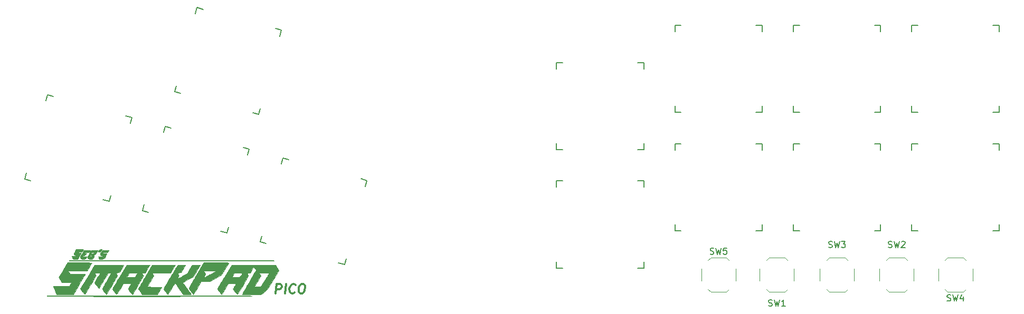
<source format=gbr>
%TF.GenerationSoftware,KiCad,Pcbnew,(6.0.1)*%
%TF.CreationDate,2023-06-02T16:05:18+02:00*%
%TF.ProjectId,cock,636f636b-2e6b-4696-9361-645f70636258,rev?*%
%TF.SameCoordinates,Original*%
%TF.FileFunction,Legend,Top*%
%TF.FilePolarity,Positive*%
%FSLAX46Y46*%
G04 Gerber Fmt 4.6, Leading zero omitted, Abs format (unit mm)*
G04 Created by KiCad (PCBNEW (6.0.1)) date 2023-06-02 16:05:18*
%MOMM*%
%LPD*%
G01*
G04 APERTURE LIST*
%ADD10C,0.300000*%
%ADD11C,0.150000*%
%ADD12C,0.120000*%
%ADD13C,0.010000*%
G04 APERTURE END LIST*
D10*
X95929482Y-91102571D02*
X96116982Y-89602571D01*
X96688410Y-89602571D01*
X96822339Y-89674000D01*
X96884839Y-89745428D01*
X96938410Y-89888285D01*
X96911625Y-90102571D01*
X96822339Y-90245428D01*
X96741982Y-90316857D01*
X96590196Y-90388285D01*
X96018767Y-90388285D01*
X97429482Y-91102571D02*
X97616982Y-89602571D01*
X99018767Y-90959714D02*
X98938410Y-91031142D01*
X98715196Y-91102571D01*
X98572339Y-91102571D01*
X98366982Y-91031142D01*
X98241982Y-90888285D01*
X98188410Y-90745428D01*
X98152696Y-90459714D01*
X98179482Y-90245428D01*
X98286625Y-89959714D01*
X98375910Y-89816857D01*
X98536625Y-89674000D01*
X98759839Y-89602571D01*
X98902696Y-89602571D01*
X99108053Y-89674000D01*
X99170553Y-89745428D01*
X100116982Y-89602571D02*
X100402696Y-89602571D01*
X100536625Y-89674000D01*
X100661625Y-89816857D01*
X100697339Y-90102571D01*
X100634839Y-90602571D01*
X100527696Y-90888285D01*
X100366982Y-91031142D01*
X100215196Y-91102571D01*
X99929482Y-91102571D01*
X99795553Y-91031142D01*
X99670553Y-90888285D01*
X99634839Y-90602571D01*
X99697339Y-90102571D01*
X99804482Y-89816857D01*
X99965196Y-89674000D01*
X100116982Y-89602571D01*
D11*
%TO.C,SW2*%
X194246666Y-83678761D02*
X194389523Y-83726380D01*
X194627619Y-83726380D01*
X194722857Y-83678761D01*
X194770476Y-83631142D01*
X194818095Y-83535904D01*
X194818095Y-83440666D01*
X194770476Y-83345428D01*
X194722857Y-83297809D01*
X194627619Y-83250190D01*
X194437142Y-83202571D01*
X194341904Y-83154952D01*
X194294285Y-83107333D01*
X194246666Y-83012095D01*
X194246666Y-82916857D01*
X194294285Y-82821619D01*
X194341904Y-82774000D01*
X194437142Y-82726380D01*
X194675238Y-82726380D01*
X194818095Y-82774000D01*
X195151428Y-82726380D02*
X195389523Y-83726380D01*
X195580000Y-83012095D01*
X195770476Y-83726380D01*
X196008571Y-82726380D01*
X196341904Y-82821619D02*
X196389523Y-82774000D01*
X196484761Y-82726380D01*
X196722857Y-82726380D01*
X196818095Y-82774000D01*
X196865714Y-82821619D01*
X196913333Y-82916857D01*
X196913333Y-83012095D01*
X196865714Y-83154952D01*
X196294285Y-83726380D01*
X196913333Y-83726380D01*
%TO.C,SW3*%
X184666666Y-83678761D02*
X184809523Y-83726380D01*
X185047619Y-83726380D01*
X185142857Y-83678761D01*
X185190476Y-83631142D01*
X185238095Y-83535904D01*
X185238095Y-83440666D01*
X185190476Y-83345428D01*
X185142857Y-83297809D01*
X185047619Y-83250190D01*
X184857142Y-83202571D01*
X184761904Y-83154952D01*
X184714285Y-83107333D01*
X184666666Y-83012095D01*
X184666666Y-82916857D01*
X184714285Y-82821619D01*
X184761904Y-82774000D01*
X184857142Y-82726380D01*
X185095238Y-82726380D01*
X185238095Y-82774000D01*
X185571428Y-82726380D02*
X185809523Y-83726380D01*
X186000000Y-83012095D01*
X186190476Y-83726380D01*
X186428571Y-82726380D01*
X186714285Y-82726380D02*
X187333333Y-82726380D01*
X187000000Y-83107333D01*
X187142857Y-83107333D01*
X187238095Y-83154952D01*
X187285714Y-83202571D01*
X187333333Y-83297809D01*
X187333333Y-83535904D01*
X187285714Y-83631142D01*
X187238095Y-83678761D01*
X187142857Y-83726380D01*
X186857142Y-83726380D01*
X186761904Y-83678761D01*
X186714285Y-83631142D01*
%TO.C,SW1*%
X175016666Y-93076761D02*
X175159523Y-93124380D01*
X175397619Y-93124380D01*
X175492857Y-93076761D01*
X175540476Y-93029142D01*
X175588095Y-92933904D01*
X175588095Y-92838666D01*
X175540476Y-92743428D01*
X175492857Y-92695809D01*
X175397619Y-92648190D01*
X175207142Y-92600571D01*
X175111904Y-92552952D01*
X175064285Y-92505333D01*
X175016666Y-92410095D01*
X175016666Y-92314857D01*
X175064285Y-92219619D01*
X175111904Y-92172000D01*
X175207142Y-92124380D01*
X175445238Y-92124380D01*
X175588095Y-92172000D01*
X175921428Y-92124380D02*
X176159523Y-93124380D01*
X176350000Y-92410095D01*
X176540476Y-93124380D01*
X176778571Y-92124380D01*
X177683333Y-93124380D02*
X177111904Y-93124380D01*
X177397619Y-93124380D02*
X177397619Y-92124380D01*
X177302380Y-92267238D01*
X177207142Y-92362476D01*
X177111904Y-92410095D01*
%TO.C,SW5*%
X165666666Y-84754761D02*
X165809523Y-84802380D01*
X166047619Y-84802380D01*
X166142857Y-84754761D01*
X166190476Y-84707142D01*
X166238095Y-84611904D01*
X166238095Y-84516666D01*
X166190476Y-84421428D01*
X166142857Y-84373809D01*
X166047619Y-84326190D01*
X165857142Y-84278571D01*
X165761904Y-84230952D01*
X165714285Y-84183333D01*
X165666666Y-84088095D01*
X165666666Y-83992857D01*
X165714285Y-83897619D01*
X165761904Y-83850000D01*
X165857142Y-83802380D01*
X166095238Y-83802380D01*
X166238095Y-83850000D01*
X166571428Y-83802380D02*
X166809523Y-84802380D01*
X167000000Y-84088095D01*
X167190476Y-84802380D01*
X167428571Y-83802380D01*
X168285714Y-83802380D02*
X167809523Y-83802380D01*
X167761904Y-84278571D01*
X167809523Y-84230952D01*
X167904761Y-84183333D01*
X168142857Y-84183333D01*
X168238095Y-84230952D01*
X168285714Y-84278571D01*
X168333333Y-84373809D01*
X168333333Y-84611904D01*
X168285714Y-84707142D01*
X168238095Y-84754761D01*
X168142857Y-84802380D01*
X167904761Y-84802380D01*
X167809523Y-84754761D01*
X167761904Y-84707142D01*
%TO.C,SW4*%
X203666666Y-92254761D02*
X203809523Y-92302380D01*
X204047619Y-92302380D01*
X204142857Y-92254761D01*
X204190476Y-92207142D01*
X204238095Y-92111904D01*
X204238095Y-92016666D01*
X204190476Y-91921428D01*
X204142857Y-91873809D01*
X204047619Y-91826190D01*
X203857142Y-91778571D01*
X203761904Y-91730952D01*
X203714285Y-91683333D01*
X203666666Y-91588095D01*
X203666666Y-91492857D01*
X203714285Y-91397619D01*
X203761904Y-91350000D01*
X203857142Y-91302380D01*
X204095238Y-91302380D01*
X204238095Y-91350000D01*
X204571428Y-91302380D02*
X204809523Y-92302380D01*
X205000000Y-91588095D01*
X205190476Y-92302380D01*
X205428571Y-91302380D01*
X206238095Y-91635714D02*
X206238095Y-92302380D01*
X206000000Y-91254761D02*
X205761904Y-91969047D01*
X206380952Y-91969047D01*
D12*
%TO.C,SW2*%
X197280000Y-90400000D02*
X196830000Y-90850000D01*
X196830000Y-85350000D02*
X194330000Y-85350000D01*
X192830000Y-89100000D02*
X192830000Y-87100000D01*
X193880000Y-90400000D02*
X194330000Y-90850000D01*
X196830000Y-90850000D02*
X194330000Y-90850000D01*
X197280000Y-85800000D02*
X196830000Y-85350000D01*
X193880000Y-85800000D02*
X194330000Y-85350000D01*
X198330000Y-89100000D02*
X198330000Y-87100000D01*
%TO.C,SW3*%
X184300000Y-90400000D02*
X184750000Y-90850000D01*
X188750000Y-89100000D02*
X188750000Y-87100000D01*
X187700000Y-90400000D02*
X187250000Y-90850000D01*
X187250000Y-85350000D02*
X184750000Y-85350000D01*
X183250000Y-89100000D02*
X183250000Y-87100000D01*
X184300000Y-85800000D02*
X184750000Y-85350000D01*
X187700000Y-85800000D02*
X187250000Y-85350000D01*
X187250000Y-90850000D02*
X184750000Y-90850000D01*
%TO.C,SW1*%
X178050000Y-90400000D02*
X177600000Y-90850000D01*
X178050000Y-85800000D02*
X177600000Y-85350000D01*
X179100000Y-87100000D02*
X179100000Y-89100000D01*
X175100000Y-85350000D02*
X177600000Y-85350000D01*
X174650000Y-85800000D02*
X175100000Y-85350000D01*
X173600000Y-87100000D02*
X173600000Y-89100000D01*
X174650000Y-90400000D02*
X175100000Y-90850000D01*
X175100000Y-90850000D02*
X177600000Y-90850000D01*
D11*
%TO.C,K3*%
X93476786Y-82839747D02*
X94442712Y-83098567D01*
X107258567Y-85497288D02*
X106999747Y-86463214D01*
X110623214Y-72940253D02*
X110364395Y-73906178D01*
X98066178Y-69575605D02*
X97100253Y-69316786D01*
X96841433Y-70282712D02*
X97100253Y-69316786D01*
X106033822Y-86204395D02*
X106999747Y-86463214D01*
X93476786Y-82839747D02*
X93735605Y-81873822D01*
X110623214Y-72940253D02*
X109657288Y-72681433D01*
%TO.C,K4*%
X59091433Y-60132712D02*
X59350253Y-59166786D01*
X55726786Y-72689747D02*
X56692712Y-72948567D01*
X68283822Y-76054395D02*
X69249747Y-76313214D01*
X72873214Y-62790253D02*
X71907288Y-62531433D01*
X60316178Y-59425605D02*
X59350253Y-59166786D01*
X55726786Y-72689747D02*
X55985605Y-71723822D01*
X69508567Y-75347288D02*
X69249747Y-76313214D01*
X72873214Y-62790253D02*
X72614395Y-63756178D01*
%TO.C,K2*%
X91743214Y-67870253D02*
X91484395Y-68836178D01*
X74596786Y-77769747D02*
X74855605Y-76803822D01*
X91743214Y-67870253D02*
X90777288Y-67611433D01*
X87153822Y-81134395D02*
X88119747Y-81393214D01*
X79186178Y-64505605D02*
X78220253Y-64246786D01*
X77961433Y-65212712D02*
X78220253Y-64246786D01*
X74596786Y-77769747D02*
X75562712Y-78028567D01*
X88378567Y-80427288D02*
X88119747Y-81393214D01*
%TO.C,K1*%
X83091433Y-46132712D02*
X83350253Y-45166786D01*
X79726786Y-58689747D02*
X80692712Y-58948567D01*
X92283822Y-62054395D02*
X93249747Y-62313214D01*
X93508567Y-61347288D02*
X93249747Y-62313214D01*
X84316178Y-45425605D02*
X83350253Y-45166786D01*
X96873214Y-48790253D02*
X95907288Y-48531433D01*
X79726786Y-58689747D02*
X79985605Y-57723822D01*
X96873214Y-48790253D02*
X96614395Y-49756178D01*
%TO.C,K5*%
X155000000Y-86000000D02*
X155000000Y-87000000D01*
X141000000Y-74000000D02*
X141000000Y-73000000D01*
X141000000Y-87000000D02*
X142000000Y-87000000D01*
X142000000Y-73000000D02*
X141000000Y-73000000D01*
X155000000Y-73000000D02*
X155000000Y-74000000D01*
X141000000Y-87000000D02*
X141000000Y-86000000D01*
X155000000Y-73000000D02*
X154000000Y-73000000D01*
X154000000Y-87000000D02*
X155000000Y-87000000D01*
%TO.C,K6*%
X161000000Y-67050000D02*
X160000000Y-67050000D01*
X160000000Y-81050000D02*
X161000000Y-81050000D01*
X173000000Y-81050000D02*
X174000000Y-81050000D01*
X174000000Y-67050000D02*
X173000000Y-67050000D01*
X174000000Y-80050000D02*
X174000000Y-81050000D01*
X160000000Y-68050000D02*
X160000000Y-67050000D01*
X174000000Y-67050000D02*
X174000000Y-68050000D01*
X160000000Y-81050000D02*
X160000000Y-80050000D01*
%TO.C,K7*%
X141000000Y-68000000D02*
X141000000Y-67000000D01*
X142000000Y-54000000D02*
X141000000Y-54000000D01*
X155000000Y-67000000D02*
X155000000Y-68000000D01*
X141000000Y-55000000D02*
X141000000Y-54000000D01*
X155000000Y-54000000D02*
X155000000Y-55000000D01*
X155000000Y-54000000D02*
X154000000Y-54000000D01*
X154000000Y-68000000D02*
X155000000Y-68000000D01*
X141000000Y-68000000D02*
X142000000Y-68000000D01*
%TO.C,K8*%
X173000000Y-62000000D02*
X174000000Y-62000000D01*
X160000000Y-62000000D02*
X160000000Y-61000000D01*
X160000000Y-62000000D02*
X161000000Y-62000000D01*
X161000000Y-48000000D02*
X160000000Y-48000000D01*
X160000000Y-49000000D02*
X160000000Y-48000000D01*
X174000000Y-61000000D02*
X174000000Y-62000000D01*
X174000000Y-48000000D02*
X174000000Y-49000000D01*
X174000000Y-48000000D02*
X173000000Y-48000000D01*
%TO.C,K9*%
X199000000Y-67050000D02*
X198000000Y-67050000D01*
X212000000Y-67050000D02*
X211000000Y-67050000D01*
X212000000Y-67050000D02*
X212000000Y-68050000D01*
X198000000Y-68050000D02*
X198000000Y-67050000D01*
X212000000Y-80050000D02*
X212000000Y-81050000D01*
X198000000Y-81050000D02*
X199000000Y-81050000D01*
X198000000Y-81050000D02*
X198000000Y-80050000D01*
X211000000Y-81050000D02*
X212000000Y-81050000D01*
%TO.C,K10*%
X212000000Y-61000000D02*
X212000000Y-62000000D01*
X212000000Y-48000000D02*
X211000000Y-48000000D01*
X198000000Y-62000000D02*
X199000000Y-62000000D01*
X211000000Y-62000000D02*
X212000000Y-62000000D01*
X198000000Y-62000000D02*
X198000000Y-61000000D01*
X212000000Y-48000000D02*
X212000000Y-49000000D01*
X198000000Y-49000000D02*
X198000000Y-48000000D01*
X199000000Y-48000000D02*
X198000000Y-48000000D01*
%TO.C,K11*%
X193000000Y-80050000D02*
X193000000Y-81050000D01*
X180000000Y-67050000D02*
X179000000Y-67050000D01*
X179000000Y-81050000D02*
X179000000Y-80050000D01*
X193000000Y-67050000D02*
X192000000Y-67050000D01*
X179000000Y-68050000D02*
X179000000Y-67050000D01*
X192000000Y-81050000D02*
X193000000Y-81050000D01*
X193000000Y-67050000D02*
X193000000Y-68050000D01*
X179000000Y-81050000D02*
X180000000Y-81050000D01*
%TO.C,K12*%
X192000000Y-62000000D02*
X193000000Y-62000000D01*
X193000000Y-48000000D02*
X193000000Y-49000000D01*
X193000000Y-48000000D02*
X192000000Y-48000000D01*
X193000000Y-61000000D02*
X193000000Y-62000000D01*
X179000000Y-62000000D02*
X180000000Y-62000000D01*
X179000000Y-62000000D02*
X179000000Y-61000000D01*
X180000000Y-48000000D02*
X179000000Y-48000000D01*
X179000000Y-49000000D02*
X179000000Y-48000000D01*
D12*
%TO.C,SW5*%
X165750000Y-85350000D02*
X168250000Y-85350000D01*
X169750000Y-87100000D02*
X169750000Y-89100000D01*
X168700000Y-90400000D02*
X168250000Y-90850000D01*
X165300000Y-90400000D02*
X165750000Y-90850000D01*
X164250000Y-87100000D02*
X164250000Y-89100000D01*
X165750000Y-90850000D02*
X168250000Y-90850000D01*
X165300000Y-85800000D02*
X165750000Y-85350000D01*
X168700000Y-85800000D02*
X168250000Y-85350000D01*
%TO.C,SW4*%
X203300000Y-85800000D02*
X203750000Y-85350000D01*
X202250000Y-89100000D02*
X202250000Y-87100000D01*
X203300000Y-90400000D02*
X203750000Y-90850000D01*
X206250000Y-85350000D02*
X203750000Y-85350000D01*
X206700000Y-85800000D02*
X206250000Y-85350000D01*
X206250000Y-90850000D02*
X203750000Y-90850000D01*
X206700000Y-90400000D02*
X206250000Y-90850000D01*
X207750000Y-89100000D02*
X207750000Y-87100000D01*
D13*
%TO.C,*%
X73339378Y-85734415D02*
X74502092Y-85734711D01*
X74502092Y-85734711D02*
X75701615Y-85735170D01*
X75701615Y-85735170D02*
X76934135Y-85735798D01*
X76934135Y-85735798D02*
X78195841Y-85736595D01*
X78195841Y-85736595D02*
X79271966Y-85737396D01*
X79271966Y-85737396D02*
X80854754Y-85738724D01*
X80854754Y-85738724D02*
X82338737Y-85740120D01*
X82338737Y-85740120D02*
X83726711Y-85741596D01*
X83726711Y-85741596D02*
X85021471Y-85743165D01*
X85021471Y-85743165D02*
X86225812Y-85744841D01*
X86225812Y-85744841D02*
X87342530Y-85746637D01*
X87342530Y-85746637D02*
X88374420Y-85748566D01*
X88374420Y-85748566D02*
X89324277Y-85750641D01*
X89324277Y-85750641D02*
X90194897Y-85752874D01*
X90194897Y-85752874D02*
X90989075Y-85755280D01*
X90989075Y-85755280D02*
X91709607Y-85757871D01*
X91709607Y-85757871D02*
X92359287Y-85760659D01*
X92359287Y-85760659D02*
X92940912Y-85763659D01*
X92940912Y-85763659D02*
X93457276Y-85766883D01*
X93457276Y-85766883D02*
X93911175Y-85770344D01*
X93911175Y-85770344D02*
X94305404Y-85774056D01*
X94305404Y-85774056D02*
X94642759Y-85778031D01*
X94642759Y-85778031D02*
X94926034Y-85782282D01*
X94926034Y-85782282D02*
X95158026Y-85786823D01*
X95158026Y-85786823D02*
X95341529Y-85791667D01*
X95341529Y-85791667D02*
X95479339Y-85796826D01*
X95479339Y-85796826D02*
X95574251Y-85802314D01*
X95574251Y-85802314D02*
X95629061Y-85808143D01*
X95629061Y-85808143D02*
X95646500Y-85813900D01*
X95646500Y-85813900D02*
X95598337Y-85819398D01*
X95598337Y-85819398D02*
X95453184Y-85824679D01*
X95453184Y-85824679D02*
X95215649Y-85829739D01*
X95215649Y-85829739D02*
X94890341Y-85834578D01*
X94890341Y-85834578D02*
X94481871Y-85839193D01*
X94481871Y-85839193D02*
X93994846Y-85843583D01*
X93994846Y-85843583D02*
X93433875Y-85847747D01*
X93433875Y-85847747D02*
X92803569Y-85851681D01*
X92803569Y-85851681D02*
X92108535Y-85855385D01*
X92108535Y-85855385D02*
X91353384Y-85858857D01*
X91353384Y-85858857D02*
X90542723Y-85862096D01*
X90542723Y-85862096D02*
X89681163Y-85865098D01*
X89681163Y-85865098D02*
X88773312Y-85867864D01*
X88773312Y-85867864D02*
X87823780Y-85870390D01*
X87823780Y-85870390D02*
X86837175Y-85872676D01*
X86837175Y-85872676D02*
X85818107Y-85874719D01*
X85818107Y-85874719D02*
X84771184Y-85876517D01*
X84771184Y-85876517D02*
X83701016Y-85878070D01*
X83701016Y-85878070D02*
X82612212Y-85879375D01*
X82612212Y-85879375D02*
X81509381Y-85880431D01*
X81509381Y-85880431D02*
X80397132Y-85881236D01*
X80397132Y-85881236D02*
X79280074Y-85881787D01*
X79280074Y-85881787D02*
X78162816Y-85882084D01*
X78162816Y-85882084D02*
X77049968Y-85882125D01*
X77049968Y-85882125D02*
X75946138Y-85881907D01*
X75946138Y-85881907D02*
X74855936Y-85881430D01*
X74855936Y-85881430D02*
X73783970Y-85880691D01*
X73783970Y-85880691D02*
X72734849Y-85879689D01*
X72734849Y-85879689D02*
X71713184Y-85878422D01*
X71713184Y-85878422D02*
X70723582Y-85876888D01*
X70723582Y-85876888D02*
X69770654Y-85875085D01*
X69770654Y-85875085D02*
X68859007Y-85873013D01*
X68859007Y-85873013D02*
X67993252Y-85870668D01*
X67993252Y-85870668D02*
X67177996Y-85868050D01*
X67177996Y-85868050D02*
X66417850Y-85865156D01*
X66417850Y-85865156D02*
X65717423Y-85861985D01*
X65717423Y-85861985D02*
X65081323Y-85858535D01*
X65081323Y-85858535D02*
X64514159Y-85854805D01*
X64514159Y-85854805D02*
X64020541Y-85850792D01*
X64020541Y-85850792D02*
X63605078Y-85846495D01*
X63605078Y-85846495D02*
X63272379Y-85841912D01*
X63272379Y-85841912D02*
X63027052Y-85837042D01*
X63027052Y-85837042D02*
X62873708Y-85831882D01*
X62873708Y-85831882D02*
X62816955Y-85826432D01*
X62816955Y-85826432D02*
X62816778Y-85826241D01*
X62816778Y-85826241D02*
X62825390Y-85766519D01*
X62825390Y-85766519D02*
X62851880Y-85749737D01*
X62851880Y-85749737D02*
X62907328Y-85747789D01*
X62907328Y-85747789D02*
X63060564Y-85745959D01*
X63060564Y-85745959D02*
X63307778Y-85744251D01*
X63307778Y-85744251D02*
X63645158Y-85742667D01*
X63645158Y-85742667D02*
X64068893Y-85741211D01*
X64068893Y-85741211D02*
X64575172Y-85739885D01*
X64575172Y-85739885D02*
X65160183Y-85738692D01*
X65160183Y-85738692D02*
X65820115Y-85737635D01*
X65820115Y-85737635D02*
X66551157Y-85736717D01*
X66551157Y-85736717D02*
X67349497Y-85735940D01*
X67349497Y-85735940D02*
X68211325Y-85735308D01*
X68211325Y-85735308D02*
X69132828Y-85734823D01*
X69132828Y-85734823D02*
X70110197Y-85734489D01*
X70110197Y-85734489D02*
X71139619Y-85734307D01*
X71139619Y-85734307D02*
X72217283Y-85734282D01*
X72217283Y-85734282D02*
X73339378Y-85734415D01*
X73339378Y-85734415D02*
X73339378Y-85734415D01*
G36*
X73339378Y-85734415D02*
G01*
X74502092Y-85734711D01*
X75701615Y-85735170D01*
X76934135Y-85735798D01*
X78195841Y-85736595D01*
X79271966Y-85737396D01*
X80854754Y-85738724D01*
X82338737Y-85740120D01*
X83726711Y-85741596D01*
X85021471Y-85743165D01*
X86225812Y-85744841D01*
X87342530Y-85746637D01*
X88374420Y-85748566D01*
X89324277Y-85750641D01*
X90194897Y-85752874D01*
X90989075Y-85755280D01*
X91709607Y-85757871D01*
X92359287Y-85760659D01*
X92940912Y-85763659D01*
X93457276Y-85766883D01*
X93911175Y-85770344D01*
X94305404Y-85774056D01*
X94642759Y-85778031D01*
X94926034Y-85782282D01*
X95158026Y-85786823D01*
X95341529Y-85791667D01*
X95479339Y-85796826D01*
X95574251Y-85802314D01*
X95629061Y-85808143D01*
X95646500Y-85813900D01*
X95598337Y-85819398D01*
X95453184Y-85824679D01*
X95215649Y-85829739D01*
X94890341Y-85834578D01*
X94481871Y-85839193D01*
X93994846Y-85843583D01*
X93433875Y-85847747D01*
X92803569Y-85851681D01*
X92108535Y-85855385D01*
X91353384Y-85858857D01*
X90542723Y-85862096D01*
X89681163Y-85865098D01*
X88773312Y-85867864D01*
X87823780Y-85870390D01*
X86837175Y-85872676D01*
X85818107Y-85874719D01*
X84771184Y-85876517D01*
X83701016Y-85878070D01*
X82612212Y-85879375D01*
X81509381Y-85880431D01*
X80397132Y-85881236D01*
X79280074Y-85881787D01*
X78162816Y-85882084D01*
X77049968Y-85882125D01*
X75946138Y-85881907D01*
X74855936Y-85881430D01*
X73783970Y-85880691D01*
X72734849Y-85879689D01*
X71713184Y-85878422D01*
X70723582Y-85876888D01*
X69770654Y-85875085D01*
X68859007Y-85873013D01*
X67993252Y-85870668D01*
X67177996Y-85868050D01*
X66417850Y-85865156D01*
X65717423Y-85861985D01*
X65081323Y-85858535D01*
X64514159Y-85854805D01*
X64020541Y-85850792D01*
X63605078Y-85846495D01*
X63272379Y-85841912D01*
X63027052Y-85837042D01*
X62873708Y-85831882D01*
X62816955Y-85826432D01*
X62816778Y-85826241D01*
X62825390Y-85766519D01*
X62851880Y-85749737D01*
X62907328Y-85747789D01*
X63060564Y-85745959D01*
X63307778Y-85744251D01*
X63645158Y-85742667D01*
X64068893Y-85741211D01*
X64575172Y-85739885D01*
X65160183Y-85738692D01*
X65820115Y-85737635D01*
X66551157Y-85736717D01*
X67349497Y-85735940D01*
X68211325Y-85735308D01*
X69132828Y-85734823D01*
X70110197Y-85734489D01*
X71139619Y-85734307D01*
X72217283Y-85734282D01*
X73339378Y-85734415D01*
G37*
X73339378Y-85734415D02*
X74502092Y-85734711D01*
X75701615Y-85735170D01*
X76934135Y-85735798D01*
X78195841Y-85736595D01*
X79271966Y-85737396D01*
X80854754Y-85738724D01*
X82338737Y-85740120D01*
X83726711Y-85741596D01*
X85021471Y-85743165D01*
X86225812Y-85744841D01*
X87342530Y-85746637D01*
X88374420Y-85748566D01*
X89324277Y-85750641D01*
X90194897Y-85752874D01*
X90989075Y-85755280D01*
X91709607Y-85757871D01*
X92359287Y-85760659D01*
X92940912Y-85763659D01*
X93457276Y-85766883D01*
X93911175Y-85770344D01*
X94305404Y-85774056D01*
X94642759Y-85778031D01*
X94926034Y-85782282D01*
X95158026Y-85786823D01*
X95341529Y-85791667D01*
X95479339Y-85796826D01*
X95574251Y-85802314D01*
X95629061Y-85808143D01*
X95646500Y-85813900D01*
X95598337Y-85819398D01*
X95453184Y-85824679D01*
X95215649Y-85829739D01*
X94890341Y-85834578D01*
X94481871Y-85839193D01*
X93994846Y-85843583D01*
X93433875Y-85847747D01*
X92803569Y-85851681D01*
X92108535Y-85855385D01*
X91353384Y-85858857D01*
X90542723Y-85862096D01*
X89681163Y-85865098D01*
X88773312Y-85867864D01*
X87823780Y-85870390D01*
X86837175Y-85872676D01*
X85818107Y-85874719D01*
X84771184Y-85876517D01*
X83701016Y-85878070D01*
X82612212Y-85879375D01*
X81509381Y-85880431D01*
X80397132Y-85881236D01*
X79280074Y-85881787D01*
X78162816Y-85882084D01*
X77049968Y-85882125D01*
X75946138Y-85881907D01*
X74855936Y-85881430D01*
X73783970Y-85880691D01*
X72734849Y-85879689D01*
X71713184Y-85878422D01*
X70723582Y-85876888D01*
X69770654Y-85875085D01*
X68859007Y-85873013D01*
X67993252Y-85870668D01*
X67177996Y-85868050D01*
X66417850Y-85865156D01*
X65717423Y-85861985D01*
X65081323Y-85858535D01*
X64514159Y-85854805D01*
X64020541Y-85850792D01*
X63605078Y-85846495D01*
X63272379Y-85841912D01*
X63027052Y-85837042D01*
X62873708Y-85831882D01*
X62816955Y-85826432D01*
X62816778Y-85826241D01*
X62825390Y-85766519D01*
X62851880Y-85749737D01*
X62907328Y-85747789D01*
X63060564Y-85745959D01*
X63307778Y-85744251D01*
X63645158Y-85742667D01*
X64068893Y-85741211D01*
X64575172Y-85739885D01*
X65160183Y-85738692D01*
X65820115Y-85737635D01*
X66551157Y-85736717D01*
X67349497Y-85735940D01*
X68211325Y-85735308D01*
X69132828Y-85734823D01*
X70110197Y-85734489D01*
X71139619Y-85734307D01*
X72217283Y-85734282D01*
X73339378Y-85734415D01*
X68890567Y-84154126D02*
X69059072Y-84163037D01*
X69059072Y-84163037D02*
X69161282Y-84176337D01*
X69161282Y-84176337D02*
X69182303Y-84188300D01*
X69182303Y-84188300D02*
X69107880Y-84340770D01*
X69107880Y-84340770D02*
X69048870Y-84434669D01*
X69048870Y-84434669D02*
X68979119Y-84484108D01*
X68979119Y-84484108D02*
X68872469Y-84503198D01*
X68872469Y-84503198D02*
X68702765Y-84506053D01*
X68702765Y-84506053D02*
X68593825Y-84505800D01*
X68593825Y-84505800D02*
X68386513Y-84507809D01*
X68386513Y-84507809D02*
X68264802Y-84516049D01*
X68264802Y-84516049D02*
X68212733Y-84533837D01*
X68212733Y-84533837D02*
X68214348Y-84564488D01*
X68214348Y-84564488D02*
X68227200Y-84582000D01*
X68227200Y-84582000D02*
X68324233Y-84633944D01*
X68324233Y-84633944D02*
X68509142Y-84656779D01*
X68509142Y-84656779D02*
X68589020Y-84658200D01*
X68589020Y-84658200D02*
X68747460Y-84664074D01*
X68747460Y-84664074D02*
X68854848Y-84679317D01*
X68854848Y-84679317D02*
X68885344Y-84696300D01*
X68885344Y-84696300D02*
X68859811Y-84753967D01*
X68859811Y-84753967D02*
X68793208Y-84876966D01*
X68793208Y-84876966D02*
X68697358Y-85043884D01*
X68697358Y-85043884D02*
X68639959Y-85140800D01*
X68639959Y-85140800D02*
X68396831Y-85547200D01*
X68396831Y-85547200D02*
X68034213Y-85562093D01*
X68034213Y-85562093D02*
X67671596Y-85576986D01*
X67671596Y-85576986D02*
X67593798Y-85390789D01*
X67593798Y-85390789D02*
X67544515Y-85268467D01*
X67544515Y-85268467D02*
X67517658Y-85193306D01*
X67517658Y-85193306D02*
X67516000Y-85185396D01*
X67516000Y-85185396D02*
X67562474Y-85175859D01*
X67562474Y-85175859D02*
X67684610Y-85168987D01*
X67684610Y-85168987D02*
X67856477Y-85166206D01*
X67856477Y-85166206D02*
X67865379Y-85166200D01*
X67865379Y-85166200D02*
X68085577Y-85157227D01*
X68085577Y-85157227D02*
X68221014Y-85128411D01*
X68221014Y-85128411D02*
X68278000Y-85090000D01*
X68278000Y-85090000D02*
X68303896Y-85042914D01*
X68303896Y-85042914D02*
X68266675Y-85020356D01*
X68266675Y-85020356D02*
X68148722Y-85013901D01*
X68148722Y-85013901D02*
X68118639Y-85013800D01*
X68118639Y-85013800D02*
X67957985Y-84999912D01*
X67957985Y-84999912D02*
X67863113Y-84950187D01*
X67863113Y-84950187D02*
X67829977Y-84908017D01*
X67829977Y-84908017D02*
X67801555Y-84843107D01*
X67801555Y-84843107D02*
X67806678Y-84769044D01*
X67806678Y-84769044D02*
X67852593Y-84661331D01*
X67852593Y-84661331D02*
X67946547Y-84495470D01*
X67946547Y-84495470D02*
X67957457Y-84477104D01*
X67957457Y-84477104D02*
X68151000Y-84151974D01*
X68151000Y-84151974D02*
X68675933Y-84151087D01*
X68675933Y-84151087D02*
X68890567Y-84154126D01*
X68890567Y-84154126D02*
X68890567Y-84154126D01*
G36*
X68890567Y-84154126D02*
G01*
X69059072Y-84163037D01*
X69161282Y-84176337D01*
X69182303Y-84188300D01*
X69107880Y-84340770D01*
X69048870Y-84434669D01*
X68979119Y-84484108D01*
X68872469Y-84503198D01*
X68702765Y-84506053D01*
X68593825Y-84505800D01*
X68386513Y-84507809D01*
X68264802Y-84516049D01*
X68212733Y-84533837D01*
X68214348Y-84564488D01*
X68227200Y-84582000D01*
X68324233Y-84633944D01*
X68509142Y-84656779D01*
X68589020Y-84658200D01*
X68747460Y-84664074D01*
X68854848Y-84679317D01*
X68885344Y-84696300D01*
X68859811Y-84753967D01*
X68793208Y-84876966D01*
X68697358Y-85043884D01*
X68639959Y-85140800D01*
X68396831Y-85547200D01*
X68034213Y-85562093D01*
X67671596Y-85576986D01*
X67593798Y-85390789D01*
X67544515Y-85268467D01*
X67517658Y-85193306D01*
X67516000Y-85185396D01*
X67562474Y-85175859D01*
X67684610Y-85168987D01*
X67856477Y-85166206D01*
X67865379Y-85166200D01*
X68085577Y-85157227D01*
X68221014Y-85128411D01*
X68278000Y-85090000D01*
X68303896Y-85042914D01*
X68266675Y-85020356D01*
X68148722Y-85013901D01*
X68118639Y-85013800D01*
X67957985Y-84999912D01*
X67863113Y-84950187D01*
X67829977Y-84908017D01*
X67801555Y-84843107D01*
X67806678Y-84769044D01*
X67852593Y-84661331D01*
X67946547Y-84495470D01*
X67957457Y-84477104D01*
X68151000Y-84151974D01*
X68675933Y-84151087D01*
X68890567Y-84154126D01*
G37*
X68890567Y-84154126D02*
X69059072Y-84163037D01*
X69161282Y-84176337D01*
X69182303Y-84188300D01*
X69107880Y-84340770D01*
X69048870Y-84434669D01*
X68979119Y-84484108D01*
X68872469Y-84503198D01*
X68702765Y-84506053D01*
X68593825Y-84505800D01*
X68386513Y-84507809D01*
X68264802Y-84516049D01*
X68212733Y-84533837D01*
X68214348Y-84564488D01*
X68227200Y-84582000D01*
X68324233Y-84633944D01*
X68509142Y-84656779D01*
X68589020Y-84658200D01*
X68747460Y-84664074D01*
X68854848Y-84679317D01*
X68885344Y-84696300D01*
X68859811Y-84753967D01*
X68793208Y-84876966D01*
X68697358Y-85043884D01*
X68639959Y-85140800D01*
X68396831Y-85547200D01*
X68034213Y-85562093D01*
X67671596Y-85576986D01*
X67593798Y-85390789D01*
X67544515Y-85268467D01*
X67517658Y-85193306D01*
X67516000Y-85185396D01*
X67562474Y-85175859D01*
X67684610Y-85168987D01*
X67856477Y-85166206D01*
X67865379Y-85166200D01*
X68085577Y-85157227D01*
X68221014Y-85128411D01*
X68278000Y-85090000D01*
X68303896Y-85042914D01*
X68266675Y-85020356D01*
X68148722Y-85013901D01*
X68118639Y-85013800D01*
X67957985Y-84999912D01*
X67863113Y-84950187D01*
X67829977Y-84908017D01*
X67801555Y-84843107D01*
X67806678Y-84769044D01*
X67852593Y-84661331D01*
X67946547Y-84495470D01*
X67957457Y-84477104D01*
X68151000Y-84151974D01*
X68675933Y-84151087D01*
X68890567Y-84154126D01*
X86839760Y-86132932D02*
X87245188Y-86134872D01*
X87245188Y-86134872D02*
X87606326Y-86138061D01*
X87606326Y-86138061D02*
X87912320Y-86142337D01*
X87912320Y-86142337D02*
X88152314Y-86147539D01*
X88152314Y-86147539D02*
X88315451Y-86153505D01*
X88315451Y-86153505D02*
X88390877Y-86160076D01*
X88390877Y-86160076D02*
X88394800Y-86161996D01*
X88394800Y-86161996D02*
X88369550Y-86212410D01*
X88369550Y-86212410D02*
X88298809Y-86336738D01*
X88298809Y-86336738D02*
X88190092Y-86522219D01*
X88190092Y-86522219D02*
X88050913Y-86756089D01*
X88050913Y-86756089D02*
X87888784Y-87025585D01*
X87888784Y-87025585D02*
X87803848Y-87165777D01*
X87803848Y-87165777D02*
X87212896Y-88138961D01*
X87212896Y-88138961D02*
X86306127Y-88633780D01*
X86306127Y-88633780D02*
X85399359Y-89128600D01*
X85399359Y-89128600D02*
X84699979Y-89130495D01*
X84699979Y-89130495D02*
X84000600Y-89132391D01*
X84000600Y-89132391D02*
X83394502Y-90174582D01*
X83394502Y-90174582D02*
X83223071Y-90468013D01*
X83223071Y-90468013D02*
X83068013Y-90730855D01*
X83068013Y-90730855D02*
X82936741Y-90950752D01*
X82936741Y-90950752D02*
X82836666Y-91115348D01*
X82836666Y-91115348D02*
X82775201Y-91212288D01*
X82775201Y-91212288D02*
X82759502Y-91233144D01*
X82759502Y-91233144D02*
X82719418Y-91201696D01*
X82719418Y-91201696D02*
X82632034Y-91103947D01*
X82632034Y-91103947D02*
X82510440Y-90955299D01*
X82510440Y-90955299D02*
X82375000Y-90780752D01*
X82375000Y-90780752D02*
X82234517Y-90591632D01*
X82234517Y-90591632D02*
X82120223Y-90430283D01*
X82120223Y-90430283D02*
X82044460Y-90314645D01*
X82044460Y-90314645D02*
X82019400Y-90263936D01*
X82019400Y-90263936D02*
X82044302Y-90211599D01*
X82044302Y-90211599D02*
X82115635Y-90080536D01*
X82115635Y-90080536D02*
X82228336Y-89879607D01*
X82228336Y-89879607D02*
X82377344Y-89617671D01*
X82377344Y-89617671D02*
X82557596Y-89303586D01*
X82557596Y-89303586D02*
X82764031Y-88946212D01*
X82764031Y-88946212D02*
X82943093Y-88637903D01*
X82943093Y-88637903D02*
X84315382Y-88637903D01*
X84315382Y-88637903D02*
X84549597Y-88506997D01*
X84549597Y-88506997D02*
X84671067Y-88439522D01*
X84671067Y-88439522D02*
X84861835Y-88334052D01*
X84861835Y-88334052D02*
X85102141Y-88201489D01*
X85102141Y-88201489D02*
X85372224Y-88052736D01*
X85372224Y-88052736D02*
X85601104Y-87926846D01*
X85601104Y-87926846D02*
X86418395Y-87477600D01*
X86418395Y-87477600D02*
X85443453Y-87463777D01*
X85443453Y-87463777D02*
X85139220Y-87460749D01*
X85139220Y-87460749D02*
X84871087Y-87460527D01*
X84871087Y-87460527D02*
X84655119Y-87462923D01*
X84655119Y-87462923D02*
X84507381Y-87467751D01*
X84507381Y-87467751D02*
X84443940Y-87474822D01*
X84443940Y-87474822D02*
X84443021Y-87475444D01*
X84443021Y-87475444D02*
X84453926Y-87528310D01*
X84453926Y-87528310D02*
X84509674Y-87635739D01*
X84509674Y-87635739D02*
X84559789Y-87715900D01*
X84559789Y-87715900D02*
X84702046Y-87930865D01*
X84702046Y-87930865D02*
X84315382Y-88637903D01*
X84315382Y-88637903D02*
X82943093Y-88637903D01*
X82943093Y-88637903D02*
X82991586Y-88554408D01*
X82991586Y-88554408D02*
X83213200Y-88174642D01*
X83213200Y-88174642D02*
X84407000Y-86133400D01*
X84407000Y-86133400D02*
X86400900Y-86132400D01*
X86400900Y-86132400D02*
X86839760Y-86132932D01*
X86839760Y-86132932D02*
X86839760Y-86132932D01*
G36*
X83213200Y-88174642D02*
G01*
X84407000Y-86133400D01*
X86400900Y-86132400D01*
X86839760Y-86132932D01*
X87245188Y-86134872D01*
X87606326Y-86138061D01*
X87912320Y-86142337D01*
X88152314Y-86147539D01*
X88315451Y-86153505D01*
X88390877Y-86160076D01*
X88394800Y-86161996D01*
X88369550Y-86212410D01*
X88298809Y-86336738D01*
X88190092Y-86522219D01*
X88050913Y-86756089D01*
X87888784Y-87025585D01*
X87803848Y-87165777D01*
X87212896Y-88138961D01*
X86306127Y-88633780D01*
X85399359Y-89128600D01*
X84699979Y-89130495D01*
X84000600Y-89132391D01*
X83394502Y-90174582D01*
X83223071Y-90468013D01*
X83068013Y-90730855D01*
X82936741Y-90950752D01*
X82836666Y-91115348D01*
X82775201Y-91212288D01*
X82759502Y-91233144D01*
X82719418Y-91201696D01*
X82632034Y-91103947D01*
X82510440Y-90955299D01*
X82375000Y-90780752D01*
X82234517Y-90591632D01*
X82120223Y-90430283D01*
X82044460Y-90314645D01*
X82019400Y-90263936D01*
X82044302Y-90211599D01*
X82115635Y-90080536D01*
X82228336Y-89879607D01*
X82377344Y-89617671D01*
X82557596Y-89303586D01*
X82764031Y-88946212D01*
X82943093Y-88637903D01*
X84315382Y-88637903D01*
X84549597Y-88506997D01*
X84671067Y-88439522D01*
X84861835Y-88334052D01*
X85102141Y-88201489D01*
X85372224Y-88052736D01*
X85601104Y-87926846D01*
X86418395Y-87477600D01*
X85443453Y-87463777D01*
X85139220Y-87460749D01*
X84871087Y-87460527D01*
X84655119Y-87462923D01*
X84507381Y-87467751D01*
X84443940Y-87474822D01*
X84443021Y-87475444D01*
X84453926Y-87528310D01*
X84509674Y-87635739D01*
X84559789Y-87715900D01*
X84702046Y-87930865D01*
X84315382Y-88637903D01*
X82943093Y-88637903D01*
X82991586Y-88554408D01*
X83213200Y-88174642D01*
G37*
X83213200Y-88174642D02*
X84407000Y-86133400D01*
X86400900Y-86132400D01*
X86839760Y-86132932D01*
X87245188Y-86134872D01*
X87606326Y-86138061D01*
X87912320Y-86142337D01*
X88152314Y-86147539D01*
X88315451Y-86153505D01*
X88390877Y-86160076D01*
X88394800Y-86161996D01*
X88369550Y-86212410D01*
X88298809Y-86336738D01*
X88190092Y-86522219D01*
X88050913Y-86756089D01*
X87888784Y-87025585D01*
X87803848Y-87165777D01*
X87212896Y-88138961D01*
X86306127Y-88633780D01*
X85399359Y-89128600D01*
X84699979Y-89130495D01*
X84000600Y-89132391D01*
X83394502Y-90174582D01*
X83223071Y-90468013D01*
X83068013Y-90730855D01*
X82936741Y-90950752D01*
X82836666Y-91115348D01*
X82775201Y-91212288D01*
X82759502Y-91233144D01*
X82719418Y-91201696D01*
X82632034Y-91103947D01*
X82510440Y-90955299D01*
X82375000Y-90780752D01*
X82234517Y-90591632D01*
X82120223Y-90430283D01*
X82044460Y-90314645D01*
X82019400Y-90263936D01*
X82044302Y-90211599D01*
X82115635Y-90080536D01*
X82228336Y-89879607D01*
X82377344Y-89617671D01*
X82557596Y-89303586D01*
X82764031Y-88946212D01*
X82943093Y-88637903D01*
X84315382Y-88637903D01*
X84549597Y-88506997D01*
X84671067Y-88439522D01*
X84861835Y-88334052D01*
X85102141Y-88201489D01*
X85372224Y-88052736D01*
X85601104Y-87926846D01*
X86418395Y-87477600D01*
X85443453Y-87463777D01*
X85139220Y-87460749D01*
X84871087Y-87460527D01*
X84655119Y-87462923D01*
X84507381Y-87467751D01*
X84443940Y-87474822D01*
X84443021Y-87475444D01*
X84453926Y-87528310D01*
X84509674Y-87635739D01*
X84559789Y-87715900D01*
X84702046Y-87930865D01*
X84315382Y-88637903D01*
X82943093Y-88637903D01*
X82991586Y-88554408D01*
X83213200Y-88174642D01*
X75653303Y-86702900D02*
X75583649Y-86818815D01*
X75583649Y-86818815D02*
X75479727Y-86993643D01*
X75479727Y-86993643D02*
X75358605Y-87198618D01*
X75358605Y-87198618D02*
X75291595Y-87312500D01*
X75291595Y-87312500D02*
X75030469Y-87756999D01*
X75030469Y-87756999D02*
X74778434Y-87757000D01*
X74778434Y-87757000D02*
X74634127Y-87763907D01*
X74634127Y-87763907D02*
X74542862Y-87781553D01*
X74542862Y-87781553D02*
X74526258Y-87795100D01*
X74526258Y-87795100D02*
X74548136Y-87859378D01*
X74548136Y-87859378D02*
X74603598Y-87977801D01*
X74603598Y-87977801D02*
X74635717Y-88040139D01*
X74635717Y-88040139D02*
X74745317Y-88247078D01*
X74745317Y-88247078D02*
X73861158Y-89753380D01*
X73861158Y-89753380D02*
X73652850Y-90107041D01*
X73652850Y-90107041D02*
X73460564Y-90431152D01*
X73460564Y-90431152D02*
X73290354Y-90715689D01*
X73290354Y-90715689D02*
X73148275Y-90950627D01*
X73148275Y-90950627D02*
X73040381Y-91125942D01*
X73040381Y-91125942D02*
X72972728Y-91231611D01*
X72972728Y-91231611D02*
X72951600Y-91259266D01*
X72951600Y-91259266D02*
X72914105Y-91221266D01*
X72914105Y-91221266D02*
X72832950Y-91121429D01*
X72832950Y-91121429D02*
X72723683Y-90980480D01*
X72723683Y-90980480D02*
X72601852Y-90819147D01*
X72601852Y-90819147D02*
X72483005Y-90658156D01*
X72483005Y-90658156D02*
X72382688Y-90518236D01*
X72382688Y-90518236D02*
X72316451Y-90420113D01*
X72316451Y-90420113D02*
X72299588Y-90390058D01*
X72299588Y-90390058D02*
X72315936Y-90329995D01*
X72315936Y-90329995D02*
X72373962Y-90204768D01*
X72373962Y-90204768D02*
X72463056Y-90036325D01*
X72463056Y-90036325D02*
X72515488Y-89943533D01*
X72515488Y-89943533D02*
X72617698Y-89763497D01*
X72617698Y-89763497D02*
X72697084Y-89618270D01*
X72697084Y-89618270D02*
X72742231Y-89529001D01*
X72742231Y-89529001D02*
X72748400Y-89511966D01*
X72748400Y-89511966D02*
X72700835Y-89501365D01*
X72700835Y-89501365D02*
X72571073Y-89492631D01*
X72571073Y-89492631D02*
X72378511Y-89486625D01*
X72378511Y-89486625D02*
X72142546Y-89484212D01*
X72142546Y-89484212D02*
X72123988Y-89484200D01*
X72123988Y-89484200D02*
X71499576Y-89484200D01*
X71499576Y-89484200D02*
X71023032Y-90299264D01*
X71023032Y-90299264D02*
X70868363Y-90562760D01*
X70868363Y-90562760D02*
X70728179Y-90799619D01*
X70728179Y-90799619D02*
X70611742Y-90994349D01*
X70611742Y-90994349D02*
X70528310Y-91131462D01*
X70528310Y-91131462D02*
X70488041Y-91194260D01*
X70488041Y-91194260D02*
X70453761Y-91218705D01*
X70453761Y-91218705D02*
X70405464Y-91199834D01*
X70405464Y-91199834D02*
X70331715Y-91126863D01*
X70331715Y-91126863D02*
X70221080Y-90989008D01*
X70221080Y-90989008D02*
X70103097Y-90831232D01*
X70103097Y-90831232D02*
X69971511Y-90645644D01*
X69971511Y-90645644D02*
X69868542Y-90486820D01*
X69868542Y-90486820D02*
X69806088Y-90374010D01*
X69806088Y-90374010D02*
X69793259Y-90329936D01*
X69793259Y-90329936D02*
X69822283Y-90275342D01*
X69822283Y-90275342D02*
X69898447Y-90143093D01*
X69898447Y-90143093D02*
X70016261Y-89942439D01*
X70016261Y-89942439D02*
X70170231Y-89682630D01*
X70170231Y-89682630D02*
X70354865Y-89372914D01*
X70354865Y-89372914D02*
X70564671Y-89022542D01*
X70564671Y-89022542D02*
X70794157Y-88640762D01*
X70794157Y-88640762D02*
X70898177Y-88468200D01*
X70898177Y-88468200D02*
X72091425Y-88468200D01*
X72091425Y-88468200D02*
X72737412Y-88467226D01*
X72737412Y-88467226D02*
X73383400Y-88466253D01*
X73383400Y-88466253D02*
X73573900Y-88140444D01*
X73573900Y-88140444D02*
X73665955Y-87979391D01*
X73665955Y-87979391D02*
X73733570Y-87854214D01*
X73733570Y-87854214D02*
X73763868Y-87788881D01*
X73763868Y-87788881D02*
X73764400Y-87785817D01*
X73764400Y-87785817D02*
X73716840Y-87774800D01*
X73716840Y-87774800D02*
X73587112Y-87765727D01*
X73587112Y-87765727D02*
X73394642Y-87759497D01*
X73394642Y-87759497D02*
X73158855Y-87757010D01*
X73158855Y-87757010D02*
X73141836Y-87757000D01*
X73141836Y-87757000D02*
X72519273Y-87757000D01*
X72519273Y-87757000D02*
X72091425Y-88468200D01*
X72091425Y-88468200D02*
X70898177Y-88468200D01*
X70898177Y-88468200D02*
X70936259Y-88405026D01*
X70936259Y-88405026D02*
X72062600Y-86538452D01*
X72062600Y-86538452D02*
X75753886Y-86537800D01*
X75753886Y-86537800D02*
X75653303Y-86702900D01*
X75653303Y-86702900D02*
X75653303Y-86702900D01*
G36*
X72062600Y-86538452D02*
G01*
X75753886Y-86537800D01*
X75653303Y-86702900D01*
X75583649Y-86818815D01*
X75479727Y-86993643D01*
X75358605Y-87198618D01*
X75291595Y-87312500D01*
X75030469Y-87756999D01*
X74778434Y-87757000D01*
X74634127Y-87763907D01*
X74542862Y-87781553D01*
X74526258Y-87795100D01*
X74548136Y-87859378D01*
X74603598Y-87977801D01*
X74635717Y-88040139D01*
X74745317Y-88247078D01*
X73861158Y-89753380D01*
X73652850Y-90107041D01*
X73460564Y-90431152D01*
X73290354Y-90715689D01*
X73148275Y-90950627D01*
X73040381Y-91125942D01*
X72972728Y-91231611D01*
X72951600Y-91259266D01*
X72914105Y-91221266D01*
X72832950Y-91121429D01*
X72723683Y-90980480D01*
X72601852Y-90819147D01*
X72483005Y-90658156D01*
X72382688Y-90518236D01*
X72316451Y-90420113D01*
X72299588Y-90390058D01*
X72315936Y-90329995D01*
X72373962Y-90204768D01*
X72463056Y-90036325D01*
X72515488Y-89943533D01*
X72617698Y-89763497D01*
X72697084Y-89618270D01*
X72742231Y-89529001D01*
X72748400Y-89511966D01*
X72700835Y-89501365D01*
X72571073Y-89492631D01*
X72378511Y-89486625D01*
X72142546Y-89484212D01*
X72123988Y-89484200D01*
X71499576Y-89484200D01*
X71023032Y-90299264D01*
X70868363Y-90562760D01*
X70728179Y-90799619D01*
X70611742Y-90994349D01*
X70528310Y-91131462D01*
X70488041Y-91194260D01*
X70453761Y-91218705D01*
X70405464Y-91199834D01*
X70331715Y-91126863D01*
X70221080Y-90989008D01*
X70103097Y-90831232D01*
X69971511Y-90645644D01*
X69868542Y-90486820D01*
X69806088Y-90374010D01*
X69793259Y-90329936D01*
X69822283Y-90275342D01*
X69898447Y-90143093D01*
X70016261Y-89942439D01*
X70170231Y-89682630D01*
X70354865Y-89372914D01*
X70564671Y-89022542D01*
X70794157Y-88640762D01*
X70898177Y-88468200D01*
X72091425Y-88468200D01*
X72737412Y-88467226D01*
X73383400Y-88466253D01*
X73573900Y-88140444D01*
X73665955Y-87979391D01*
X73733570Y-87854214D01*
X73763868Y-87788881D01*
X73764400Y-87785817D01*
X73716840Y-87774800D01*
X73587112Y-87765727D01*
X73394642Y-87759497D01*
X73158855Y-87757010D01*
X73141836Y-87757000D01*
X72519273Y-87757000D01*
X72091425Y-88468200D01*
X70898177Y-88468200D01*
X70936259Y-88405026D01*
X72062600Y-86538452D01*
G37*
X72062600Y-86538452D02*
X75753886Y-86537800D01*
X75653303Y-86702900D01*
X75583649Y-86818815D01*
X75479727Y-86993643D01*
X75358605Y-87198618D01*
X75291595Y-87312500D01*
X75030469Y-87756999D01*
X74778434Y-87757000D01*
X74634127Y-87763907D01*
X74542862Y-87781553D01*
X74526258Y-87795100D01*
X74548136Y-87859378D01*
X74603598Y-87977801D01*
X74635717Y-88040139D01*
X74745317Y-88247078D01*
X73861158Y-89753380D01*
X73652850Y-90107041D01*
X73460564Y-90431152D01*
X73290354Y-90715689D01*
X73148275Y-90950627D01*
X73040381Y-91125942D01*
X72972728Y-91231611D01*
X72951600Y-91259266D01*
X72914105Y-91221266D01*
X72832950Y-91121429D01*
X72723683Y-90980480D01*
X72601852Y-90819147D01*
X72483005Y-90658156D01*
X72382688Y-90518236D01*
X72316451Y-90420113D01*
X72299588Y-90390058D01*
X72315936Y-90329995D01*
X72373962Y-90204768D01*
X72463056Y-90036325D01*
X72515488Y-89943533D01*
X72617698Y-89763497D01*
X72697084Y-89618270D01*
X72742231Y-89529001D01*
X72748400Y-89511966D01*
X72700835Y-89501365D01*
X72571073Y-89492631D01*
X72378511Y-89486625D01*
X72142546Y-89484212D01*
X72123988Y-89484200D01*
X71499576Y-89484200D01*
X71023032Y-90299264D01*
X70868363Y-90562760D01*
X70728179Y-90799619D01*
X70611742Y-90994349D01*
X70528310Y-91131462D01*
X70488041Y-91194260D01*
X70453761Y-91218705D01*
X70405464Y-91199834D01*
X70331715Y-91126863D01*
X70221080Y-90989008D01*
X70103097Y-90831232D01*
X69971511Y-90645644D01*
X69868542Y-90486820D01*
X69806088Y-90374010D01*
X69793259Y-90329936D01*
X69822283Y-90275342D01*
X69898447Y-90143093D01*
X70016261Y-89942439D01*
X70170231Y-89682630D01*
X70354865Y-89372914D01*
X70564671Y-89022542D01*
X70794157Y-88640762D01*
X70898177Y-88468200D01*
X72091425Y-88468200D01*
X72737412Y-88467226D01*
X73383400Y-88466253D01*
X73573900Y-88140444D01*
X73665955Y-87979391D01*
X73733570Y-87854214D01*
X73763868Y-87788881D01*
X73764400Y-87785817D01*
X73716840Y-87774800D01*
X73587112Y-87765727D01*
X73394642Y-87759497D01*
X73158855Y-87757010D01*
X73141836Y-87757000D01*
X72519273Y-87757000D01*
X72091425Y-88468200D01*
X70898177Y-88468200D01*
X70936259Y-88405026D01*
X72062600Y-86538452D01*
X64747880Y-84001062D02*
X64927923Y-84009904D01*
X64927923Y-84009904D02*
X65044156Y-84022905D01*
X65044156Y-84022905D02*
X65077410Y-84035900D01*
X65077410Y-84035900D02*
X65053020Y-84100441D01*
X65053020Y-84100441D02*
X64992963Y-84211686D01*
X64992963Y-84211686D02*
X64976556Y-84239100D01*
X64976556Y-84239100D02*
X64875893Y-84404200D01*
X64875893Y-84404200D02*
X64439113Y-84404200D01*
X64439113Y-84404200D02*
X64217281Y-84408175D01*
X64217281Y-84408175D02*
X64083999Y-84421405D01*
X64083999Y-84421405D02*
X64026480Y-84445842D01*
X64026480Y-84445842D02*
X64023330Y-84467700D01*
X64023330Y-84467700D02*
X64087670Y-84507441D01*
X64087670Y-84507441D02*
X64245933Y-84534907D01*
X64245933Y-84534907D02*
X64412031Y-84546195D01*
X64412031Y-84546195D02*
X64587804Y-84558113D01*
X64587804Y-84558113D02*
X64712985Y-84575758D01*
X64712985Y-84575758D02*
X64763764Y-84595595D01*
X64763764Y-84595595D02*
X64763568Y-84598374D01*
X64763568Y-84598374D02*
X64732715Y-84655195D01*
X64732715Y-84655195D02*
X64661918Y-84779794D01*
X64661918Y-84779794D02*
X64562558Y-84952268D01*
X64562558Y-84952268D02*
X64474385Y-85104079D01*
X64474385Y-85104079D02*
X64201371Y-85572600D01*
X64201371Y-85572600D02*
X63832905Y-85572600D01*
X63832905Y-85572600D02*
X63590109Y-85562001D01*
X63590109Y-85562001D02*
X63445314Y-85530057D01*
X63445314Y-85530057D02*
X63407721Y-85504258D01*
X63407721Y-85504258D02*
X63357323Y-85406848D01*
X63357323Y-85406848D02*
X63319400Y-85277901D01*
X63319400Y-85277901D02*
X63287797Y-85119886D01*
X63287797Y-85119886D02*
X63683321Y-85104943D01*
X63683321Y-85104943D02*
X63918669Y-85087721D01*
X63918669Y-85087721D02*
X64058850Y-85057764D01*
X64058850Y-85057764D02*
X64099856Y-85026500D01*
X64099856Y-85026500D02*
X64077815Y-84984451D01*
X64077815Y-84984451D02*
X63969546Y-84965069D01*
X63969546Y-84965069D02*
X63886944Y-84963000D01*
X63886944Y-84963000D02*
X63735477Y-84954542D01*
X63735477Y-84954542D02*
X63650666Y-84919375D01*
X63650666Y-84919375D02*
X63598281Y-84842808D01*
X63598281Y-84842808D02*
X63596156Y-84838194D01*
X63596156Y-84838194D02*
X63573920Y-84764992D01*
X63573920Y-84764992D02*
X63582906Y-84684197D01*
X63582906Y-84684197D02*
X63630958Y-84572046D01*
X63630958Y-84572046D02*
X63725921Y-84404776D01*
X63725921Y-84404776D02*
X63755474Y-84355594D01*
X63755474Y-84355594D02*
X63971656Y-83997800D01*
X63971656Y-83997800D02*
X64524628Y-83997800D01*
X64524628Y-83997800D02*
X64747880Y-84001062D01*
X64747880Y-84001062D02*
X64747880Y-84001062D01*
G36*
X64747880Y-84001062D02*
G01*
X64927923Y-84009904D01*
X65044156Y-84022905D01*
X65077410Y-84035900D01*
X65053020Y-84100441D01*
X64992963Y-84211686D01*
X64976556Y-84239100D01*
X64875893Y-84404200D01*
X64439113Y-84404200D01*
X64217281Y-84408175D01*
X64083999Y-84421405D01*
X64026480Y-84445842D01*
X64023330Y-84467700D01*
X64087670Y-84507441D01*
X64245933Y-84534907D01*
X64412031Y-84546195D01*
X64587804Y-84558113D01*
X64712985Y-84575758D01*
X64763764Y-84595595D01*
X64763568Y-84598374D01*
X64732715Y-84655195D01*
X64661918Y-84779794D01*
X64562558Y-84952268D01*
X64474385Y-85104079D01*
X64201371Y-85572600D01*
X63832905Y-85572600D01*
X63590109Y-85562001D01*
X63445314Y-85530057D01*
X63407721Y-85504258D01*
X63357323Y-85406848D01*
X63319400Y-85277901D01*
X63287797Y-85119886D01*
X63683321Y-85104943D01*
X63918669Y-85087721D01*
X64058850Y-85057764D01*
X64099856Y-85026500D01*
X64077815Y-84984451D01*
X63969546Y-84965069D01*
X63886944Y-84963000D01*
X63735477Y-84954542D01*
X63650666Y-84919375D01*
X63598281Y-84842808D01*
X63596156Y-84838194D01*
X63573920Y-84764992D01*
X63582906Y-84684197D01*
X63630958Y-84572046D01*
X63725921Y-84404776D01*
X63755474Y-84355594D01*
X63971656Y-83997800D01*
X64524628Y-83997800D01*
X64747880Y-84001062D01*
G37*
X64747880Y-84001062D02*
X64927923Y-84009904D01*
X65044156Y-84022905D01*
X65077410Y-84035900D01*
X65053020Y-84100441D01*
X64992963Y-84211686D01*
X64976556Y-84239100D01*
X64875893Y-84404200D01*
X64439113Y-84404200D01*
X64217281Y-84408175D01*
X64083999Y-84421405D01*
X64026480Y-84445842D01*
X64023330Y-84467700D01*
X64087670Y-84507441D01*
X64245933Y-84534907D01*
X64412031Y-84546195D01*
X64587804Y-84558113D01*
X64712985Y-84575758D01*
X64763764Y-84595595D01*
X64763568Y-84598374D01*
X64732715Y-84655195D01*
X64661918Y-84779794D01*
X64562558Y-84952268D01*
X64474385Y-85104079D01*
X64201371Y-85572600D01*
X63832905Y-85572600D01*
X63590109Y-85562001D01*
X63445314Y-85530057D01*
X63407721Y-85504258D01*
X63357323Y-85406848D01*
X63319400Y-85277901D01*
X63287797Y-85119886D01*
X63683321Y-85104943D01*
X63918669Y-85087721D01*
X64058850Y-85057764D01*
X64099856Y-85026500D01*
X64077815Y-84984451D01*
X63969546Y-84965069D01*
X63886944Y-84963000D01*
X63735477Y-84954542D01*
X63650666Y-84919375D01*
X63598281Y-84842808D01*
X63596156Y-84838194D01*
X63573920Y-84764992D01*
X63582906Y-84684197D01*
X63630958Y-84572046D01*
X63725921Y-84404776D01*
X63755474Y-84355594D01*
X63971656Y-83997800D01*
X64524628Y-83997800D01*
X64747880Y-84001062D01*
X69783378Y-91424015D02*
X70946092Y-91424311D01*
X70946092Y-91424311D02*
X72145615Y-91424770D01*
X72145615Y-91424770D02*
X73378135Y-91425398D01*
X73378135Y-91425398D02*
X74639841Y-91426195D01*
X74639841Y-91426195D02*
X75715966Y-91426996D01*
X75715966Y-91426996D02*
X77298754Y-91428324D01*
X77298754Y-91428324D02*
X78782737Y-91429720D01*
X78782737Y-91429720D02*
X80170711Y-91431196D01*
X80170711Y-91431196D02*
X81465471Y-91432765D01*
X81465471Y-91432765D02*
X82669812Y-91434441D01*
X82669812Y-91434441D02*
X83786530Y-91436237D01*
X83786530Y-91436237D02*
X84818420Y-91438166D01*
X84818420Y-91438166D02*
X85768277Y-91440241D01*
X85768277Y-91440241D02*
X86638897Y-91442474D01*
X86638897Y-91442474D02*
X87433075Y-91444880D01*
X87433075Y-91444880D02*
X88153607Y-91447471D01*
X88153607Y-91447471D02*
X88803287Y-91450259D01*
X88803287Y-91450259D02*
X89384912Y-91453259D01*
X89384912Y-91453259D02*
X89901276Y-91456483D01*
X89901276Y-91456483D02*
X90355175Y-91459944D01*
X90355175Y-91459944D02*
X90749404Y-91463656D01*
X90749404Y-91463656D02*
X91086759Y-91467631D01*
X91086759Y-91467631D02*
X91370034Y-91471882D01*
X91370034Y-91471882D02*
X91602026Y-91476423D01*
X91602026Y-91476423D02*
X91785529Y-91481267D01*
X91785529Y-91481267D02*
X91923339Y-91486426D01*
X91923339Y-91486426D02*
X92018251Y-91491914D01*
X92018251Y-91491914D02*
X92073061Y-91497743D01*
X92073061Y-91497743D02*
X92090500Y-91503500D01*
X92090500Y-91503500D02*
X92042337Y-91508998D01*
X92042337Y-91508998D02*
X91897184Y-91514279D01*
X91897184Y-91514279D02*
X91659649Y-91519339D01*
X91659649Y-91519339D02*
X91334341Y-91524178D01*
X91334341Y-91524178D02*
X90925871Y-91528793D01*
X90925871Y-91528793D02*
X90438846Y-91533183D01*
X90438846Y-91533183D02*
X89877875Y-91537347D01*
X89877875Y-91537347D02*
X89247569Y-91541281D01*
X89247569Y-91541281D02*
X88552535Y-91544985D01*
X88552535Y-91544985D02*
X87797384Y-91548457D01*
X87797384Y-91548457D02*
X86986723Y-91551696D01*
X86986723Y-91551696D02*
X86125163Y-91554698D01*
X86125163Y-91554698D02*
X85217312Y-91557464D01*
X85217312Y-91557464D02*
X84267780Y-91559990D01*
X84267780Y-91559990D02*
X83281175Y-91562276D01*
X83281175Y-91562276D02*
X82262107Y-91564319D01*
X82262107Y-91564319D02*
X81215184Y-91566117D01*
X81215184Y-91566117D02*
X80145016Y-91567670D01*
X80145016Y-91567670D02*
X79056212Y-91568975D01*
X79056212Y-91568975D02*
X77953381Y-91570031D01*
X77953381Y-91570031D02*
X76841132Y-91570836D01*
X76841132Y-91570836D02*
X75724074Y-91571387D01*
X75724074Y-91571387D02*
X74606816Y-91571684D01*
X74606816Y-91571684D02*
X73493968Y-91571725D01*
X73493968Y-91571725D02*
X72390138Y-91571507D01*
X72390138Y-91571507D02*
X71299936Y-91571030D01*
X71299936Y-91571030D02*
X70227970Y-91570291D01*
X70227970Y-91570291D02*
X69178849Y-91569289D01*
X69178849Y-91569289D02*
X68157184Y-91568022D01*
X68157184Y-91568022D02*
X67167582Y-91566488D01*
X67167582Y-91566488D02*
X66214654Y-91564685D01*
X66214654Y-91564685D02*
X65303007Y-91562613D01*
X65303007Y-91562613D02*
X64437252Y-91560268D01*
X64437252Y-91560268D02*
X63621996Y-91557650D01*
X63621996Y-91557650D02*
X62861850Y-91554756D01*
X62861850Y-91554756D02*
X62161423Y-91551585D01*
X62161423Y-91551585D02*
X61525323Y-91548135D01*
X61525323Y-91548135D02*
X60958159Y-91544405D01*
X60958159Y-91544405D02*
X60464541Y-91540392D01*
X60464541Y-91540392D02*
X60049078Y-91536095D01*
X60049078Y-91536095D02*
X59716379Y-91531512D01*
X59716379Y-91531512D02*
X59471052Y-91526642D01*
X59471052Y-91526642D02*
X59317708Y-91521482D01*
X59317708Y-91521482D02*
X59260955Y-91516032D01*
X59260955Y-91516032D02*
X59260778Y-91515841D01*
X59260778Y-91515841D02*
X59269390Y-91456119D01*
X59269390Y-91456119D02*
X59295880Y-91439337D01*
X59295880Y-91439337D02*
X59351328Y-91437389D01*
X59351328Y-91437389D02*
X59504564Y-91435559D01*
X59504564Y-91435559D02*
X59751778Y-91433851D01*
X59751778Y-91433851D02*
X60089158Y-91432267D01*
X60089158Y-91432267D02*
X60512893Y-91430811D01*
X60512893Y-91430811D02*
X61019172Y-91429485D01*
X61019172Y-91429485D02*
X61604183Y-91428292D01*
X61604183Y-91428292D02*
X62264115Y-91427235D01*
X62264115Y-91427235D02*
X62995157Y-91426317D01*
X62995157Y-91426317D02*
X63793497Y-91425540D01*
X63793497Y-91425540D02*
X64655325Y-91424908D01*
X64655325Y-91424908D02*
X65576828Y-91424423D01*
X65576828Y-91424423D02*
X66554197Y-91424089D01*
X66554197Y-91424089D02*
X67583619Y-91423907D01*
X67583619Y-91423907D02*
X68661283Y-91423882D01*
X68661283Y-91423882D02*
X69783378Y-91424015D01*
X69783378Y-91424015D02*
X69783378Y-91424015D01*
G36*
X69783378Y-91424015D02*
G01*
X70946092Y-91424311D01*
X72145615Y-91424770D01*
X73378135Y-91425398D01*
X74639841Y-91426195D01*
X75715966Y-91426996D01*
X77298754Y-91428324D01*
X78782737Y-91429720D01*
X80170711Y-91431196D01*
X81465471Y-91432765D01*
X82669812Y-91434441D01*
X83786530Y-91436237D01*
X84818420Y-91438166D01*
X85768277Y-91440241D01*
X86638897Y-91442474D01*
X87433075Y-91444880D01*
X88153607Y-91447471D01*
X88803287Y-91450259D01*
X89384912Y-91453259D01*
X89901276Y-91456483D01*
X90355175Y-91459944D01*
X90749404Y-91463656D01*
X91086759Y-91467631D01*
X91370034Y-91471882D01*
X91602026Y-91476423D01*
X91785529Y-91481267D01*
X91923339Y-91486426D01*
X92018251Y-91491914D01*
X92073061Y-91497743D01*
X92090500Y-91503500D01*
X92042337Y-91508998D01*
X91897184Y-91514279D01*
X91659649Y-91519339D01*
X91334341Y-91524178D01*
X90925871Y-91528793D01*
X90438846Y-91533183D01*
X89877875Y-91537347D01*
X89247569Y-91541281D01*
X88552535Y-91544985D01*
X87797384Y-91548457D01*
X86986723Y-91551696D01*
X86125163Y-91554698D01*
X85217312Y-91557464D01*
X84267780Y-91559990D01*
X83281175Y-91562276D01*
X82262107Y-91564319D01*
X81215184Y-91566117D01*
X80145016Y-91567670D01*
X79056212Y-91568975D01*
X77953381Y-91570031D01*
X76841132Y-91570836D01*
X75724074Y-91571387D01*
X74606816Y-91571684D01*
X73493968Y-91571725D01*
X72390138Y-91571507D01*
X71299936Y-91571030D01*
X70227970Y-91570291D01*
X69178849Y-91569289D01*
X68157184Y-91568022D01*
X67167582Y-91566488D01*
X66214654Y-91564685D01*
X65303007Y-91562613D01*
X64437252Y-91560268D01*
X63621996Y-91557650D01*
X62861850Y-91554756D01*
X62161423Y-91551585D01*
X61525323Y-91548135D01*
X60958159Y-91544405D01*
X60464541Y-91540392D01*
X60049078Y-91536095D01*
X59716379Y-91531512D01*
X59471052Y-91526642D01*
X59317708Y-91521482D01*
X59260955Y-91516032D01*
X59260778Y-91515841D01*
X59269390Y-91456119D01*
X59295880Y-91439337D01*
X59351328Y-91437389D01*
X59504564Y-91435559D01*
X59751778Y-91433851D01*
X60089158Y-91432267D01*
X60512893Y-91430811D01*
X61019172Y-91429485D01*
X61604183Y-91428292D01*
X62264115Y-91427235D01*
X62995157Y-91426317D01*
X63793497Y-91425540D01*
X64655325Y-91424908D01*
X65576828Y-91424423D01*
X66554197Y-91424089D01*
X67583619Y-91423907D01*
X68661283Y-91423882D01*
X69783378Y-91424015D01*
G37*
X69783378Y-91424015D02*
X70946092Y-91424311D01*
X72145615Y-91424770D01*
X73378135Y-91425398D01*
X74639841Y-91426195D01*
X75715966Y-91426996D01*
X77298754Y-91428324D01*
X78782737Y-91429720D01*
X80170711Y-91431196D01*
X81465471Y-91432765D01*
X82669812Y-91434441D01*
X83786530Y-91436237D01*
X84818420Y-91438166D01*
X85768277Y-91440241D01*
X86638897Y-91442474D01*
X87433075Y-91444880D01*
X88153607Y-91447471D01*
X88803287Y-91450259D01*
X89384912Y-91453259D01*
X89901276Y-91456483D01*
X90355175Y-91459944D01*
X90749404Y-91463656D01*
X91086759Y-91467631D01*
X91370034Y-91471882D01*
X91602026Y-91476423D01*
X91785529Y-91481267D01*
X91923339Y-91486426D01*
X92018251Y-91491914D01*
X92073061Y-91497743D01*
X92090500Y-91503500D01*
X92042337Y-91508998D01*
X91897184Y-91514279D01*
X91659649Y-91519339D01*
X91334341Y-91524178D01*
X90925871Y-91528793D01*
X90438846Y-91533183D01*
X89877875Y-91537347D01*
X89247569Y-91541281D01*
X88552535Y-91544985D01*
X87797384Y-91548457D01*
X86986723Y-91551696D01*
X86125163Y-91554698D01*
X85217312Y-91557464D01*
X84267780Y-91559990D01*
X83281175Y-91562276D01*
X82262107Y-91564319D01*
X81215184Y-91566117D01*
X80145016Y-91567670D01*
X79056212Y-91568975D01*
X77953381Y-91570031D01*
X76841132Y-91570836D01*
X75724074Y-91571387D01*
X74606816Y-91571684D01*
X73493968Y-91571725D01*
X72390138Y-91571507D01*
X71299936Y-91571030D01*
X70227970Y-91570291D01*
X69178849Y-91569289D01*
X68157184Y-91568022D01*
X67167582Y-91566488D01*
X66214654Y-91564685D01*
X65303007Y-91562613D01*
X64437252Y-91560268D01*
X63621996Y-91557650D01*
X62861850Y-91554756D01*
X62161423Y-91551585D01*
X61525323Y-91548135D01*
X60958159Y-91544405D01*
X60464541Y-91540392D01*
X60049078Y-91536095D01*
X59716379Y-91531512D01*
X59471052Y-91526642D01*
X59317708Y-91521482D01*
X59260955Y-91516032D01*
X59260778Y-91515841D01*
X59269390Y-91456119D01*
X59295880Y-91439337D01*
X59351328Y-91437389D01*
X59504564Y-91435559D01*
X59751778Y-91433851D01*
X60089158Y-91432267D01*
X60512893Y-91430811D01*
X61019172Y-91429485D01*
X61604183Y-91428292D01*
X62264115Y-91427235D01*
X62995157Y-91426317D01*
X63793497Y-91425540D01*
X64655325Y-91424908D01*
X65576828Y-91424423D01*
X66554197Y-91424089D01*
X67583619Y-91423907D01*
X68661283Y-91423882D01*
X69783378Y-91424015D01*
X67105144Y-84152807D02*
X67278931Y-84159854D01*
X67278931Y-84159854D02*
X67387904Y-84170174D01*
X67387904Y-84170174D02*
X67414400Y-84179254D01*
X67414400Y-84179254D02*
X67390327Y-84238726D01*
X67390327Y-84238726D02*
X67330583Y-84350865D01*
X67330583Y-84350865D02*
X67253881Y-84483718D01*
X67253881Y-84483718D02*
X67178931Y-84605333D01*
X67178931Y-84605333D02*
X67124446Y-84683761D01*
X67124446Y-84683761D02*
X67111483Y-84696501D01*
X67111483Y-84696501D02*
X67054069Y-84729079D01*
X67054069Y-84729079D02*
X66946756Y-84793244D01*
X66946756Y-84793244D02*
X66919686Y-84809698D01*
X66919686Y-84809698D02*
X66814675Y-84883219D01*
X66814675Y-84883219D02*
X66784130Y-84946281D01*
X66784130Y-84946281D02*
X66810509Y-85031444D01*
X66810509Y-85031444D02*
X66835370Y-85121159D01*
X66835370Y-85121159D02*
X66813517Y-85215226D01*
X66813517Y-85215226D02*
X66736047Y-85348963D01*
X66736047Y-85348963D02*
X66726972Y-85362747D01*
X66726972Y-85362747D02*
X66588098Y-85572600D01*
X66588098Y-85572600D02*
X66251949Y-85571003D01*
X66251949Y-85571003D02*
X66064459Y-85565649D01*
X66064459Y-85565649D02*
X65948790Y-85546046D01*
X65948790Y-85546046D02*
X65875317Y-85503563D01*
X65875317Y-85503563D02*
X65826900Y-85447147D01*
X65826900Y-85447147D02*
X65762782Y-85343779D01*
X65762782Y-85343779D02*
X65738000Y-85275734D01*
X65738000Y-85275734D02*
X65762176Y-85215022D01*
X65762176Y-85215022D02*
X65802305Y-85136209D01*
X65802305Y-85136209D02*
X66168851Y-85136209D01*
X66168851Y-85136209D02*
X66210837Y-85162584D01*
X66210837Y-85162584D02*
X66295012Y-85166200D01*
X66295012Y-85166200D02*
X66402863Y-85157950D01*
X66402863Y-85157950D02*
X66449168Y-85138046D01*
X66449168Y-85138046D02*
X66449200Y-85137460D01*
X66449200Y-85137460D02*
X66427851Y-85074613D01*
X66427851Y-85074613D02*
X66395851Y-85009037D01*
X66395851Y-85009037D02*
X66330733Y-84940440D01*
X66330733Y-84940440D02*
X66258875Y-84970659D01*
X66258875Y-84970659D02*
X66193685Y-85067429D01*
X66193685Y-85067429D02*
X66168851Y-85136209D01*
X66168851Y-85136209D02*
X65802305Y-85136209D01*
X65802305Y-85136209D02*
X65828064Y-85085619D01*
X65828064Y-85085619D02*
X65925701Y-84906314D01*
X65925701Y-84906314D02*
X66015475Y-84748132D01*
X66015475Y-84748132D02*
X66387002Y-84748132D01*
X66387002Y-84748132D02*
X66389304Y-84769649D01*
X66389304Y-84769649D02*
X66456784Y-84749931D01*
X66456784Y-84749931D02*
X66566971Y-84699134D01*
X66566971Y-84699134D02*
X66697397Y-84627409D01*
X66697397Y-84627409D02*
X66804800Y-84559342D01*
X66804800Y-84559342D02*
X66826200Y-84527677D01*
X66826200Y-84527677D02*
X66765589Y-84511131D01*
X66765589Y-84511131D02*
X66634264Y-84506577D01*
X66634264Y-84506577D02*
X66487183Y-84511304D01*
X66487183Y-84511304D02*
X66420920Y-84531903D01*
X66420920Y-84531903D02*
X66415017Y-84576163D01*
X66415017Y-84576163D02*
X66419241Y-84588438D01*
X66419241Y-84588438D02*
X66416476Y-84693362D01*
X66416476Y-84693362D02*
X66387002Y-84748132D01*
X66387002Y-84748132D02*
X66015475Y-84748132D01*
X66015475Y-84748132D02*
X66045123Y-84695893D01*
X66045123Y-84695893D02*
X66049463Y-84688390D01*
X66049463Y-84688390D02*
X66360926Y-84150200D01*
X66360926Y-84150200D02*
X66887663Y-84150200D01*
X66887663Y-84150200D02*
X67105144Y-84152807D01*
X67105144Y-84152807D02*
X67105144Y-84152807D01*
G36*
X65925701Y-84906314D02*
G01*
X66015475Y-84748132D01*
X66387002Y-84748132D01*
X66389304Y-84769649D01*
X66456784Y-84749931D01*
X66566971Y-84699134D01*
X66697397Y-84627409D01*
X66804800Y-84559342D01*
X66826200Y-84527677D01*
X66765589Y-84511131D01*
X66634264Y-84506577D01*
X66487183Y-84511304D01*
X66420920Y-84531903D01*
X66415017Y-84576163D01*
X66419241Y-84588438D01*
X66416476Y-84693362D01*
X66387002Y-84748132D01*
X66015475Y-84748132D01*
X66045123Y-84695893D01*
X66049463Y-84688390D01*
X66360926Y-84150200D01*
X66887663Y-84150200D01*
X67105144Y-84152807D01*
X67278931Y-84159854D01*
X67387904Y-84170174D01*
X67414400Y-84179254D01*
X67390327Y-84238726D01*
X67330583Y-84350865D01*
X67253881Y-84483718D01*
X67178931Y-84605333D01*
X67124446Y-84683761D01*
X67111483Y-84696501D01*
X67054069Y-84729079D01*
X66946756Y-84793244D01*
X66919686Y-84809698D01*
X66814675Y-84883219D01*
X66784130Y-84946281D01*
X66810509Y-85031444D01*
X66835370Y-85121159D01*
X66813517Y-85215226D01*
X66736047Y-85348963D01*
X66726972Y-85362747D01*
X66588098Y-85572600D01*
X66251949Y-85571003D01*
X66064459Y-85565649D01*
X65948790Y-85546046D01*
X65875317Y-85503563D01*
X65826900Y-85447147D01*
X65762782Y-85343779D01*
X65738000Y-85275734D01*
X65762176Y-85215022D01*
X65802305Y-85136209D01*
X66168851Y-85136209D01*
X66210837Y-85162584D01*
X66295012Y-85166200D01*
X66402863Y-85157950D01*
X66449168Y-85138046D01*
X66449200Y-85137460D01*
X66427851Y-85074613D01*
X66395851Y-85009037D01*
X66330733Y-84940440D01*
X66258875Y-84970659D01*
X66193685Y-85067429D01*
X66168851Y-85136209D01*
X65802305Y-85136209D01*
X65828064Y-85085619D01*
X65925701Y-84906314D01*
G37*
X65925701Y-84906314D02*
X66015475Y-84748132D01*
X66387002Y-84748132D01*
X66389304Y-84769649D01*
X66456784Y-84749931D01*
X66566971Y-84699134D01*
X66697397Y-84627409D01*
X66804800Y-84559342D01*
X66826200Y-84527677D01*
X66765589Y-84511131D01*
X66634264Y-84506577D01*
X66487183Y-84511304D01*
X66420920Y-84531903D01*
X66415017Y-84576163D01*
X66419241Y-84588438D01*
X66416476Y-84693362D01*
X66387002Y-84748132D01*
X66015475Y-84748132D01*
X66045123Y-84695893D01*
X66049463Y-84688390D01*
X66360926Y-84150200D01*
X66887663Y-84150200D01*
X67105144Y-84152807D01*
X67278931Y-84159854D01*
X67387904Y-84170174D01*
X67414400Y-84179254D01*
X67390327Y-84238726D01*
X67330583Y-84350865D01*
X67253881Y-84483718D01*
X67178931Y-84605333D01*
X67124446Y-84683761D01*
X67111483Y-84696501D01*
X67054069Y-84729079D01*
X66946756Y-84793244D01*
X66919686Y-84809698D01*
X66814675Y-84883219D01*
X66784130Y-84946281D01*
X66810509Y-85031444D01*
X66835370Y-85121159D01*
X66813517Y-85215226D01*
X66736047Y-85348963D01*
X66726972Y-85362747D01*
X66588098Y-85572600D01*
X66251949Y-85571003D01*
X66064459Y-85565649D01*
X65948790Y-85546046D01*
X65875317Y-85503563D01*
X65826900Y-85447147D01*
X65762782Y-85343779D01*
X65738000Y-85275734D01*
X65762176Y-85215022D01*
X65802305Y-85136209D01*
X66168851Y-85136209D01*
X66210837Y-85162584D01*
X66295012Y-85166200D01*
X66402863Y-85157950D01*
X66449168Y-85138046D01*
X66449200Y-85137460D01*
X66427851Y-85074613D01*
X66395851Y-85009037D01*
X66330733Y-84940440D01*
X66258875Y-84970659D01*
X66193685Y-85067429D01*
X66168851Y-85136209D01*
X65802305Y-85136209D01*
X65828064Y-85085619D01*
X65925701Y-84906314D01*
X83751150Y-86677500D02*
X83701150Y-86765548D01*
X83701150Y-86765548D02*
X83608422Y-86923307D01*
X83608422Y-86923307D02*
X83483112Y-87133728D01*
X83483112Y-87133728D02*
X83335365Y-87379763D01*
X83335365Y-87379763D02*
X83199449Y-87604600D01*
X83199449Y-87604600D02*
X82722006Y-88392000D01*
X82722006Y-88392000D02*
X81876731Y-88849200D01*
X81876731Y-88849200D02*
X81612234Y-88994568D01*
X81612234Y-88994568D02*
X81381447Y-89125812D01*
X81381447Y-89125812D02*
X81198258Y-89234671D01*
X81198258Y-89234671D02*
X81076552Y-89312884D01*
X81076552Y-89312884D02*
X81030217Y-89352190D01*
X81030217Y-89352190D02*
X81030128Y-89352837D01*
X81030128Y-89352837D02*
X81058939Y-89405541D01*
X81058939Y-89405541D02*
X81140253Y-89526636D01*
X81140253Y-89526636D02*
X81265162Y-89703574D01*
X81265162Y-89703574D02*
X81424760Y-89923806D01*
X81424760Y-89923806D02*
X81610138Y-90174784D01*
X81610138Y-90174784D02*
X81679214Y-90267237D01*
X81679214Y-90267237D02*
X81873995Y-90527724D01*
X81873995Y-90527724D02*
X82049117Y-90762972D01*
X82049117Y-90762972D02*
X82195015Y-90960049D01*
X82195015Y-90960049D02*
X82302125Y-91106021D01*
X82302125Y-91106021D02*
X82360885Y-91187957D01*
X82360885Y-91187957D02*
X82368012Y-91198700D01*
X82368012Y-91198700D02*
X82362670Y-91225698D01*
X82362670Y-91225698D02*
X82300331Y-91244198D01*
X82300331Y-91244198D02*
X82168932Y-91255435D01*
X82168932Y-91255435D02*
X81956411Y-91260642D01*
X81956411Y-91260642D02*
X81755698Y-91261364D01*
X81755698Y-91261364D02*
X81105000Y-91260529D01*
X81105000Y-91260529D02*
X80470000Y-90323863D01*
X80470000Y-90323863D02*
X80284897Y-90052765D01*
X80284897Y-90052765D02*
X80118159Y-89812249D01*
X80118159Y-89812249D02*
X79978330Y-89614340D01*
X79978330Y-89614340D02*
X79873957Y-89471068D01*
X79873957Y-89471068D02*
X79813586Y-89394458D01*
X79813586Y-89394458D02*
X79802812Y-89384898D01*
X79802812Y-89384898D02*
X79768841Y-89426070D01*
X79768841Y-89426070D02*
X79691961Y-89542529D01*
X79691961Y-89542529D02*
X79580060Y-89721573D01*
X79580060Y-89721573D02*
X79441026Y-89950500D01*
X79441026Y-89950500D02*
X79282749Y-90216606D01*
X79282749Y-90216606D02*
X79220622Y-90322400D01*
X79220622Y-90322400D02*
X79057446Y-90599062D01*
X79057446Y-90599062D02*
X78910958Y-90843330D01*
X78910958Y-90843330D02*
X78788977Y-91042498D01*
X78788977Y-91042498D02*
X78699321Y-91183863D01*
X78699321Y-91183863D02*
X78649811Y-91254722D01*
X78649811Y-91254722D02*
X78643210Y-91260525D01*
X78643210Y-91260525D02*
X78603465Y-91221538D01*
X78603465Y-91221538D02*
X78518151Y-91117733D01*
X78518151Y-91117733D02*
X78401275Y-90966594D01*
X78401275Y-90966594D02*
X78311000Y-90845818D01*
X78311000Y-90845818D02*
X78180938Y-90667740D01*
X78180938Y-90667740D02*
X78074932Y-90519155D01*
X78074932Y-90519155D02*
X78006785Y-90419606D01*
X78006785Y-90419606D02*
X77989269Y-90390300D01*
X77989269Y-90390300D02*
X78010820Y-90340254D01*
X78010820Y-90340254D02*
X78077715Y-90213799D01*
X78077715Y-90213799D02*
X78183557Y-90021964D01*
X78183557Y-90021964D02*
X78321948Y-89775778D01*
X78321948Y-89775778D02*
X78486490Y-89486269D01*
X78486490Y-89486269D02*
X78670785Y-89164466D01*
X78670785Y-89164466D02*
X78868436Y-88821398D01*
X78868436Y-88821398D02*
X79073044Y-88468093D01*
X79073044Y-88468093D02*
X79278213Y-88115579D01*
X79278213Y-88115579D02*
X79477543Y-87774887D01*
X79477543Y-87774887D02*
X79664637Y-87457044D01*
X79664637Y-87457044D02*
X79833098Y-87173079D01*
X79833098Y-87173079D02*
X79976527Y-86934020D01*
X79976527Y-86934020D02*
X80088527Y-86750897D01*
X80088527Y-86750897D02*
X80162700Y-86634737D01*
X80162700Y-86634737D02*
X80188282Y-86599608D01*
X80188282Y-86599608D02*
X80250286Y-86569494D01*
X80250286Y-86569494D02*
X80377070Y-86551791D01*
X80377070Y-86551791D02*
X80581193Y-86545520D01*
X80581193Y-86545520D02*
X80839990Y-86548808D01*
X80839990Y-86548808D02*
X81431569Y-86563200D01*
X81431569Y-86563200D02*
X81088752Y-87147400D01*
X81088752Y-87147400D02*
X80745936Y-87731600D01*
X80745936Y-87731600D02*
X80163166Y-87782400D01*
X80163166Y-87782400D02*
X80291183Y-87970204D01*
X80291183Y-87970204D02*
X80377581Y-88107640D01*
X80377581Y-88107640D02*
X80409627Y-88211690D01*
X80409627Y-88211690D02*
X80387083Y-88319468D01*
X80387083Y-88319468D02*
X80309707Y-88468088D01*
X80309707Y-88468088D02*
X80287721Y-88505824D01*
X80287721Y-88505824D02*
X80216338Y-88635664D01*
X80216338Y-88635664D02*
X80176459Y-88724290D01*
X80176459Y-88724290D02*
X80173421Y-88746303D01*
X80173421Y-88746303D02*
X80221213Y-88728334D01*
X80221213Y-88728334D02*
X80343286Y-88668529D01*
X80343286Y-88668529D02*
X80525107Y-88574394D01*
X80525107Y-88574394D02*
X80752145Y-88453438D01*
X80752145Y-88453438D02*
X80978000Y-88330661D01*
X80978000Y-88330661D02*
X81765400Y-87898892D01*
X81765400Y-87898892D02*
X82170667Y-87218346D01*
X82170667Y-87218346D02*
X82575935Y-86537800D01*
X82575935Y-86537800D02*
X83825409Y-86537800D01*
X83825409Y-86537800D02*
X83751150Y-86677500D01*
X83751150Y-86677500D02*
X83751150Y-86677500D01*
G36*
X83751150Y-86677500D02*
G01*
X83701150Y-86765548D01*
X83608422Y-86923307D01*
X83483112Y-87133728D01*
X83335365Y-87379763D01*
X83199449Y-87604600D01*
X82722006Y-88392000D01*
X81876731Y-88849200D01*
X81612234Y-88994568D01*
X81381447Y-89125812D01*
X81198258Y-89234671D01*
X81076552Y-89312884D01*
X81030217Y-89352190D01*
X81030128Y-89352837D01*
X81058939Y-89405541D01*
X81140253Y-89526636D01*
X81265162Y-89703574D01*
X81424760Y-89923806D01*
X81610138Y-90174784D01*
X81679214Y-90267237D01*
X81873995Y-90527724D01*
X82049117Y-90762972D01*
X82195015Y-90960049D01*
X82302125Y-91106021D01*
X82360885Y-91187957D01*
X82368012Y-91198700D01*
X82362670Y-91225698D01*
X82300331Y-91244198D01*
X82168932Y-91255435D01*
X81956411Y-91260642D01*
X81755698Y-91261364D01*
X81105000Y-91260529D01*
X80470000Y-90323863D01*
X80284897Y-90052765D01*
X80118159Y-89812249D01*
X79978330Y-89614340D01*
X79873957Y-89471068D01*
X79813586Y-89394458D01*
X79802812Y-89384898D01*
X79768841Y-89426070D01*
X79691961Y-89542529D01*
X79580060Y-89721573D01*
X79441026Y-89950500D01*
X79282749Y-90216606D01*
X79220622Y-90322400D01*
X79057446Y-90599062D01*
X78910958Y-90843330D01*
X78788977Y-91042498D01*
X78699321Y-91183863D01*
X78649811Y-91254722D01*
X78643210Y-91260525D01*
X78603465Y-91221538D01*
X78518151Y-91117733D01*
X78401275Y-90966594D01*
X78311000Y-90845818D01*
X78180938Y-90667740D01*
X78074932Y-90519155D01*
X78006785Y-90419606D01*
X77989269Y-90390300D01*
X78010820Y-90340254D01*
X78077715Y-90213799D01*
X78183557Y-90021964D01*
X78321948Y-89775778D01*
X78486490Y-89486269D01*
X78670785Y-89164466D01*
X78868436Y-88821398D01*
X79073044Y-88468093D01*
X79278213Y-88115579D01*
X79477543Y-87774887D01*
X79664637Y-87457044D01*
X79833098Y-87173079D01*
X79976527Y-86934020D01*
X80088527Y-86750897D01*
X80162700Y-86634737D01*
X80188282Y-86599608D01*
X80250286Y-86569494D01*
X80377070Y-86551791D01*
X80581193Y-86545520D01*
X80839990Y-86548808D01*
X81431569Y-86563200D01*
X81088752Y-87147400D01*
X80745936Y-87731600D01*
X80163166Y-87782400D01*
X80291183Y-87970204D01*
X80377581Y-88107640D01*
X80409627Y-88211690D01*
X80387083Y-88319468D01*
X80309707Y-88468088D01*
X80287721Y-88505824D01*
X80216338Y-88635664D01*
X80176459Y-88724290D01*
X80173421Y-88746303D01*
X80221213Y-88728334D01*
X80343286Y-88668529D01*
X80525107Y-88574394D01*
X80752145Y-88453438D01*
X80978000Y-88330661D01*
X81765400Y-87898892D01*
X82170667Y-87218346D01*
X82575935Y-86537800D01*
X83825409Y-86537800D01*
X83751150Y-86677500D01*
G37*
X83751150Y-86677500D02*
X83701150Y-86765548D01*
X83608422Y-86923307D01*
X83483112Y-87133728D01*
X83335365Y-87379763D01*
X83199449Y-87604600D01*
X82722006Y-88392000D01*
X81876731Y-88849200D01*
X81612234Y-88994568D01*
X81381447Y-89125812D01*
X81198258Y-89234671D01*
X81076552Y-89312884D01*
X81030217Y-89352190D01*
X81030128Y-89352837D01*
X81058939Y-89405541D01*
X81140253Y-89526636D01*
X81265162Y-89703574D01*
X81424760Y-89923806D01*
X81610138Y-90174784D01*
X81679214Y-90267237D01*
X81873995Y-90527724D01*
X82049117Y-90762972D01*
X82195015Y-90960049D01*
X82302125Y-91106021D01*
X82360885Y-91187957D01*
X82368012Y-91198700D01*
X82362670Y-91225698D01*
X82300331Y-91244198D01*
X82168932Y-91255435D01*
X81956411Y-91260642D01*
X81755698Y-91261364D01*
X81105000Y-91260529D01*
X80470000Y-90323863D01*
X80284897Y-90052765D01*
X80118159Y-89812249D01*
X79978330Y-89614340D01*
X79873957Y-89471068D01*
X79813586Y-89394458D01*
X79802812Y-89384898D01*
X79768841Y-89426070D01*
X79691961Y-89542529D01*
X79580060Y-89721573D01*
X79441026Y-89950500D01*
X79282749Y-90216606D01*
X79220622Y-90322400D01*
X79057446Y-90599062D01*
X78910958Y-90843330D01*
X78788977Y-91042498D01*
X78699321Y-91183863D01*
X78649811Y-91254722D01*
X78643210Y-91260525D01*
X78603465Y-91221538D01*
X78518151Y-91117733D01*
X78401275Y-90966594D01*
X78311000Y-90845818D01*
X78180938Y-90667740D01*
X78074932Y-90519155D01*
X78006785Y-90419606D01*
X77989269Y-90390300D01*
X78010820Y-90340254D01*
X78077715Y-90213799D01*
X78183557Y-90021964D01*
X78321948Y-89775778D01*
X78486490Y-89486269D01*
X78670785Y-89164466D01*
X78868436Y-88821398D01*
X79073044Y-88468093D01*
X79278213Y-88115579D01*
X79477543Y-87774887D01*
X79664637Y-87457044D01*
X79833098Y-87173079D01*
X79976527Y-86934020D01*
X80088527Y-86750897D01*
X80162700Y-86634737D01*
X80188282Y-86599608D01*
X80250286Y-86569494D01*
X80377070Y-86551791D01*
X80581193Y-86545520D01*
X80839990Y-86548808D01*
X81431569Y-86563200D01*
X81088752Y-87147400D01*
X80745936Y-87731600D01*
X80163166Y-87782400D01*
X80291183Y-87970204D01*
X80377581Y-88107640D01*
X80409627Y-88211690D01*
X80387083Y-88319468D01*
X80309707Y-88468088D01*
X80287721Y-88505824D01*
X80216338Y-88635664D01*
X80176459Y-88724290D01*
X80173421Y-88746303D01*
X80221213Y-88728334D01*
X80343286Y-88668529D01*
X80525107Y-88574394D01*
X80752145Y-88453438D01*
X80978000Y-88330661D01*
X81765400Y-87898892D01*
X82170667Y-87218346D01*
X82575935Y-86537800D01*
X83825409Y-86537800D01*
X83751150Y-86677500D01*
X79747810Y-86652100D02*
X79692451Y-86741478D01*
X79692451Y-86741478D02*
X79599346Y-86895142D01*
X79599346Y-86895142D02*
X79482471Y-87089924D01*
X79482471Y-87089924D02*
X79380108Y-87261700D01*
X79380108Y-87261700D02*
X79085882Y-87757000D01*
X79085882Y-87757000D02*
X76095339Y-87757000D01*
X76095339Y-87757000D02*
X76370049Y-88245698D01*
X76370049Y-88245698D02*
X75854624Y-89120975D01*
X75854624Y-89120975D02*
X75697636Y-89388638D01*
X75697636Y-89388638D02*
X75559920Y-89625490D01*
X75559920Y-89625490D02*
X75449242Y-89818002D01*
X75449242Y-89818002D02*
X75373371Y-89952647D01*
X75373371Y-89952647D02*
X75340073Y-90015897D01*
X75340073Y-90015897D02*
X75339200Y-90018690D01*
X75339200Y-90018690D02*
X75387634Y-90025638D01*
X75387634Y-90025638D02*
X75523484Y-90032900D01*
X75523484Y-90032900D02*
X75732565Y-90040039D01*
X75732565Y-90040039D02*
X76000695Y-90046616D01*
X76000695Y-90046616D02*
X76313692Y-90052193D01*
X76313692Y-90052193D02*
X76507284Y-90054763D01*
X76507284Y-90054763D02*
X77675368Y-90068400D01*
X77675368Y-90068400D02*
X76959350Y-91262200D01*
X76959350Y-91262200D02*
X74551800Y-91257932D01*
X74551800Y-91257932D02*
X74228278Y-90821519D01*
X74228278Y-90821519D02*
X74085616Y-90626900D01*
X74085616Y-90626900D02*
X73995856Y-90494080D01*
X73995856Y-90494080D02*
X73950566Y-90403862D01*
X73950566Y-90403862D02*
X73941312Y-90337047D01*
X73941312Y-90337047D02*
X73959660Y-90274438D01*
X73959660Y-90274438D02*
X73974278Y-90243331D01*
X73974278Y-90243331D02*
X74014623Y-90169347D01*
X74014623Y-90169347D02*
X74100475Y-90017931D01*
X74100475Y-90017931D02*
X74225935Y-89799289D01*
X74225935Y-89799289D02*
X74385107Y-89523624D01*
X74385107Y-89523624D02*
X74572093Y-89201144D01*
X74572093Y-89201144D02*
X74780995Y-88842052D01*
X74780995Y-88842052D02*
X75005918Y-88456554D01*
X75005918Y-88456554D02*
X75085200Y-88320928D01*
X75085200Y-88320928D02*
X76126600Y-86540301D01*
X76126600Y-86540301D02*
X77973942Y-86539050D01*
X77973942Y-86539050D02*
X79821285Y-86537800D01*
X79821285Y-86537800D02*
X79747810Y-86652100D01*
X79747810Y-86652100D02*
X79747810Y-86652100D01*
G36*
X79747810Y-86652100D02*
G01*
X79692451Y-86741478D01*
X79599346Y-86895142D01*
X79482471Y-87089924D01*
X79380108Y-87261700D01*
X79085882Y-87757000D01*
X76095339Y-87757000D01*
X76370049Y-88245698D01*
X75854624Y-89120975D01*
X75697636Y-89388638D01*
X75559920Y-89625490D01*
X75449242Y-89818002D01*
X75373371Y-89952647D01*
X75340073Y-90015897D01*
X75339200Y-90018690D01*
X75387634Y-90025638D01*
X75523484Y-90032900D01*
X75732565Y-90040039D01*
X76000695Y-90046616D01*
X76313692Y-90052193D01*
X76507284Y-90054763D01*
X77675368Y-90068400D01*
X76959350Y-91262200D01*
X74551800Y-91257932D01*
X74228278Y-90821519D01*
X74085616Y-90626900D01*
X73995856Y-90494080D01*
X73950566Y-90403862D01*
X73941312Y-90337047D01*
X73959660Y-90274438D01*
X73974278Y-90243331D01*
X74014623Y-90169347D01*
X74100475Y-90017931D01*
X74225935Y-89799289D01*
X74385107Y-89523624D01*
X74572093Y-89201144D01*
X74780995Y-88842052D01*
X75005918Y-88456554D01*
X75085200Y-88320928D01*
X76126600Y-86540301D01*
X77973942Y-86539050D01*
X79821285Y-86537800D01*
X79747810Y-86652100D01*
G37*
X79747810Y-86652100D02*
X79692451Y-86741478D01*
X79599346Y-86895142D01*
X79482471Y-87089924D01*
X79380108Y-87261700D01*
X79085882Y-87757000D01*
X76095339Y-87757000D01*
X76370049Y-88245698D01*
X75854624Y-89120975D01*
X75697636Y-89388638D01*
X75559920Y-89625490D01*
X75449242Y-89818002D01*
X75373371Y-89952647D01*
X75340073Y-90015897D01*
X75339200Y-90018690D01*
X75387634Y-90025638D01*
X75523484Y-90032900D01*
X75732565Y-90040039D01*
X76000695Y-90046616D01*
X76313692Y-90052193D01*
X76507284Y-90054763D01*
X77675368Y-90068400D01*
X76959350Y-91262200D01*
X74551800Y-91257932D01*
X74228278Y-90821519D01*
X74085616Y-90626900D01*
X73995856Y-90494080D01*
X73950566Y-90403862D01*
X73941312Y-90337047D01*
X73959660Y-90274438D01*
X73974278Y-90243331D01*
X74014623Y-90169347D01*
X74100475Y-90017931D01*
X74225935Y-89799289D01*
X74385107Y-89523624D01*
X74572093Y-89201144D01*
X74780995Y-88842052D01*
X75005918Y-88456554D01*
X75085200Y-88320928D01*
X76126600Y-86540301D01*
X77973942Y-86539050D01*
X79821285Y-86537800D01*
X79747810Y-86652100D01*
X68016676Y-84003563D02*
X68073634Y-84017696D01*
X68073634Y-84017696D02*
X68074800Y-84020296D01*
X68074800Y-84020296D02*
X68051370Y-84074037D01*
X68051370Y-84074037D02*
X67992775Y-84181206D01*
X67992775Y-84181206D02*
X67968182Y-84223496D01*
X67968182Y-84223496D02*
X67884824Y-84342115D01*
X67884824Y-84342115D02*
X67794612Y-84393447D01*
X67794612Y-84393447D02*
X67660384Y-84404200D01*
X67660384Y-84404200D02*
X67530508Y-84394972D01*
X67530508Y-84394972D02*
X67488611Y-84364146D01*
X67488611Y-84364146D02*
X67495931Y-84340700D01*
X67495931Y-84340700D02*
X67611345Y-84158699D01*
X67611345Y-84158699D02*
X67710099Y-84053038D01*
X67710099Y-84053038D02*
X67813371Y-84005764D01*
X67813371Y-84005764D02*
X67900459Y-83997800D01*
X67900459Y-83997800D02*
X68016676Y-84003563D01*
X68016676Y-84003563D02*
X68016676Y-84003563D01*
G36*
X68016676Y-84003563D02*
G01*
X68073634Y-84017696D01*
X68074800Y-84020296D01*
X68051370Y-84074037D01*
X67992775Y-84181206D01*
X67968182Y-84223496D01*
X67884824Y-84342115D01*
X67794612Y-84393447D01*
X67660384Y-84404200D01*
X67530508Y-84394972D01*
X67488611Y-84364146D01*
X67495931Y-84340700D01*
X67611345Y-84158699D01*
X67710099Y-84053038D01*
X67813371Y-84005764D01*
X67900459Y-83997800D01*
X68016676Y-84003563D01*
G37*
X68016676Y-84003563D02*
X68073634Y-84017696D01*
X68074800Y-84020296D01*
X68051370Y-84074037D01*
X67992775Y-84181206D01*
X67968182Y-84223496D01*
X67884824Y-84342115D01*
X67794612Y-84393447D01*
X67660384Y-84404200D01*
X67530508Y-84394972D01*
X67488611Y-84364146D01*
X67495931Y-84340700D01*
X67611345Y-84158699D01*
X67710099Y-84053038D01*
X67813371Y-84005764D01*
X67900459Y-83997800D01*
X68016676Y-84003563D01*
X66159182Y-84315300D02*
X66106899Y-84397004D01*
X66106899Y-84397004D02*
X66049997Y-84447731D01*
X66049997Y-84447731D02*
X65963024Y-84476968D01*
X65963024Y-84476968D02*
X65820532Y-84494199D01*
X65820532Y-84494199D02*
X65648083Y-84505800D01*
X65648083Y-84505800D02*
X65431131Y-84523970D01*
X65431131Y-84523970D02*
X65306772Y-84547218D01*
X65306772Y-84547218D02*
X65266046Y-84577541D01*
X65266046Y-84577541D02*
X65269842Y-84590116D01*
X65269842Y-84590116D02*
X65343554Y-84639655D01*
X65343554Y-84639655D02*
X65446114Y-84666316D01*
X65446114Y-84666316D02*
X65585699Y-84683600D01*
X65585699Y-84683600D02*
X65484796Y-84848700D01*
X65484796Y-84848700D02*
X65400806Y-84959556D01*
X65400806Y-84959556D02*
X65302616Y-85005839D01*
X65302616Y-85005839D02*
X65181541Y-85013800D01*
X65181541Y-85013800D02*
X65051100Y-85022347D01*
X65051100Y-85022347D02*
X65003233Y-85053079D01*
X65003233Y-85053079D02*
X65007544Y-85087694D01*
X65007544Y-85087694D02*
X65073788Y-85138317D01*
X65073788Y-85138317D02*
X65230012Y-85168728D01*
X65230012Y-85168728D02*
X65337039Y-85176594D01*
X65337039Y-85176594D02*
X65638178Y-85191600D01*
X65638178Y-85191600D02*
X65508457Y-85382100D01*
X65508457Y-85382100D02*
X65429636Y-85488983D01*
X65429636Y-85488983D02*
X65356306Y-85545878D01*
X65356306Y-85545878D02*
X65253056Y-85568508D01*
X65253056Y-85568508D02*
X65084478Y-85572599D01*
X65084478Y-85572599D02*
X65079455Y-85572600D01*
X65079455Y-85572600D02*
X64903023Y-85566931D01*
X64903023Y-85566931D02*
X64793483Y-85542232D01*
X64793483Y-85542232D02*
X64716399Y-85486959D01*
X64716399Y-85486959D02*
X64673001Y-85436351D01*
X64673001Y-85436351D02*
X64607331Y-85324571D01*
X64607331Y-85324571D02*
X64591200Y-85235153D01*
X64591200Y-85235153D02*
X64592935Y-85229461D01*
X64592935Y-85229461D02*
X64629229Y-85159882D01*
X64629229Y-85159882D02*
X64707345Y-85024219D01*
X64707345Y-85024219D02*
X64815447Y-84842667D01*
X64815447Y-84842667D02*
X64929952Y-84654510D01*
X64929952Y-84654510D02*
X65239862Y-84150199D01*
X65239862Y-84150199D02*
X66255352Y-84150199D01*
X66255352Y-84150199D02*
X66159182Y-84315300D01*
X66159182Y-84315300D02*
X66159182Y-84315300D01*
G36*
X66159182Y-84315300D02*
G01*
X66106899Y-84397004D01*
X66049997Y-84447731D01*
X65963024Y-84476968D01*
X65820532Y-84494199D01*
X65648083Y-84505800D01*
X65431131Y-84523970D01*
X65306772Y-84547218D01*
X65266046Y-84577541D01*
X65269842Y-84590116D01*
X65343554Y-84639655D01*
X65446114Y-84666316D01*
X65585699Y-84683600D01*
X65484796Y-84848700D01*
X65400806Y-84959556D01*
X65302616Y-85005839D01*
X65181541Y-85013800D01*
X65051100Y-85022347D01*
X65003233Y-85053079D01*
X65007544Y-85087694D01*
X65073788Y-85138317D01*
X65230012Y-85168728D01*
X65337039Y-85176594D01*
X65638178Y-85191600D01*
X65508457Y-85382100D01*
X65429636Y-85488983D01*
X65356306Y-85545878D01*
X65253056Y-85568508D01*
X65084478Y-85572599D01*
X65079455Y-85572600D01*
X64903023Y-85566931D01*
X64793483Y-85542232D01*
X64716399Y-85486959D01*
X64673001Y-85436351D01*
X64607331Y-85324571D01*
X64591200Y-85235153D01*
X64592935Y-85229461D01*
X64629229Y-85159882D01*
X64707345Y-85024219D01*
X64815447Y-84842667D01*
X64929952Y-84654510D01*
X65239862Y-84150199D01*
X66255352Y-84150199D01*
X66159182Y-84315300D01*
G37*
X66159182Y-84315300D02*
X66106899Y-84397004D01*
X66049997Y-84447731D01*
X65963024Y-84476968D01*
X65820532Y-84494199D01*
X65648083Y-84505800D01*
X65431131Y-84523970D01*
X65306772Y-84547218D01*
X65266046Y-84577541D01*
X65269842Y-84590116D01*
X65343554Y-84639655D01*
X65446114Y-84666316D01*
X65585699Y-84683600D01*
X65484796Y-84848700D01*
X65400806Y-84959556D01*
X65302616Y-85005839D01*
X65181541Y-85013800D01*
X65051100Y-85022347D01*
X65003233Y-85053079D01*
X65007544Y-85087694D01*
X65073788Y-85138317D01*
X65230012Y-85168728D01*
X65337039Y-85176594D01*
X65638178Y-85191600D01*
X65508457Y-85382100D01*
X65429636Y-85488983D01*
X65356306Y-85545878D01*
X65253056Y-85568508D01*
X65084478Y-85572599D01*
X65079455Y-85572600D01*
X64903023Y-85566931D01*
X64793483Y-85542232D01*
X64716399Y-85486959D01*
X64673001Y-85436351D01*
X64607331Y-85324571D01*
X64591200Y-85235153D01*
X64592935Y-85229461D01*
X64629229Y-85159882D01*
X64707345Y-85024219D01*
X64815447Y-84842667D01*
X64929952Y-84654510D01*
X65239862Y-84150199D01*
X66255352Y-84150199D01*
X66159182Y-84315300D01*
X71462951Y-86753700D02*
X71375639Y-86902208D01*
X71375639Y-86902208D02*
X71259050Y-87100155D01*
X71259050Y-87100155D02*
X71135590Y-87309506D01*
X71135590Y-87309506D02*
X71111336Y-87350600D01*
X71111336Y-87350600D02*
X70886422Y-87731600D01*
X70886422Y-87731600D02*
X70623611Y-87746954D01*
X70623611Y-87746954D02*
X70452378Y-87767656D01*
X70452378Y-87767656D02*
X70374663Y-87812100D01*
X70374663Y-87812100D02*
X70383051Y-87892434D01*
X70383051Y-87892434D02*
X70462400Y-88011000D01*
X70462400Y-88011000D02*
X70533247Y-88122952D01*
X70533247Y-88122952D02*
X70562870Y-88211352D01*
X70562870Y-88211352D02*
X70538570Y-88268515D01*
X70538570Y-88268515D02*
X70469936Y-88399421D01*
X70469936Y-88399421D02*
X70364112Y-88591805D01*
X70364112Y-88591805D02*
X70228246Y-88833407D01*
X70228246Y-88833407D02*
X70069482Y-89111962D01*
X70069482Y-89111962D02*
X69894967Y-89415208D01*
X69894967Y-89415208D02*
X69711846Y-89730883D01*
X69711846Y-89730883D02*
X69527265Y-90046724D01*
X69527265Y-90046724D02*
X69348370Y-90350468D01*
X69348370Y-90350468D02*
X69182307Y-90629853D01*
X69182307Y-90629853D02*
X69036221Y-90872615D01*
X69036221Y-90872615D02*
X68917258Y-91066493D01*
X68917258Y-91066493D02*
X68832565Y-91199224D01*
X68832565Y-91199224D02*
X68789286Y-91258544D01*
X68789286Y-91258544D02*
X68786032Y-91260525D01*
X68786032Y-91260525D02*
X68748356Y-91221988D01*
X68748356Y-91221988D02*
X68667059Y-91121629D01*
X68667059Y-91121629D02*
X68557693Y-90980216D01*
X68557693Y-90980216D02*
X68435812Y-90818517D01*
X68435812Y-90818517D02*
X68316966Y-90657302D01*
X68316966Y-90657302D02*
X68216707Y-90517339D01*
X68216707Y-90517339D02*
X68150589Y-90419395D01*
X68150589Y-90419395D02*
X68133819Y-90389551D01*
X68133819Y-90389551D02*
X68154140Y-90336189D01*
X68154140Y-90336189D02*
X68220091Y-90207163D01*
X68220091Y-90207163D02*
X68325241Y-90014057D01*
X68325241Y-90014057D02*
X68463161Y-89768454D01*
X68463161Y-89768454D02*
X68627421Y-89481941D01*
X68627421Y-89481941D02*
X68811593Y-89166101D01*
X68811593Y-89166101D02*
X68833581Y-89128726D01*
X68833581Y-89128726D02*
X69022075Y-88807632D01*
X69022075Y-88807632D02*
X69194234Y-88512511D01*
X69194234Y-88512511D02*
X69343096Y-88255445D01*
X69343096Y-88255445D02*
X69461699Y-88048517D01*
X69461699Y-88048517D02*
X69543082Y-87903808D01*
X69543082Y-87903808D02*
X69580284Y-87833399D01*
X69580284Y-87833399D02*
X69581202Y-87831185D01*
X69581202Y-87831185D02*
X69584385Y-87785226D01*
X69584385Y-87785226D02*
X69534178Y-87764465D01*
X69534178Y-87764465D02*
X69410456Y-87763432D01*
X69410456Y-87763432D02*
X69344364Y-87766818D01*
X69344364Y-87766818D02*
X69076846Y-87782400D01*
X69076846Y-87782400D02*
X68370944Y-88976200D01*
X68370944Y-88976200D02*
X68183357Y-89293396D01*
X68183357Y-89293396D02*
X68011523Y-89583868D01*
X68011523Y-89583868D02*
X67862587Y-89835546D01*
X67862587Y-89835546D02*
X67743691Y-90036361D01*
X67743691Y-90036361D02*
X67661981Y-90174245D01*
X67661981Y-90174245D02*
X67624599Y-90237127D01*
X67624599Y-90237127D02*
X67624210Y-90237772D01*
X67624210Y-90237772D02*
X67583703Y-90241238D01*
X67583703Y-90241238D02*
X67504116Y-90172955D01*
X67504116Y-90172955D02*
X67380378Y-90027733D01*
X67380378Y-90027733D02*
X67241096Y-89845838D01*
X67241096Y-89845838D02*
X66898813Y-89386131D01*
X66898813Y-89386131D02*
X67359806Y-88601654D01*
X67359806Y-88601654D02*
X67507857Y-88348114D01*
X67507857Y-88348114D02*
X67636176Y-88125306D01*
X67636176Y-88125306D02*
X67736544Y-87947755D01*
X67736544Y-87947755D02*
X67800741Y-87829984D01*
X67800741Y-87829984D02*
X67820800Y-87787088D01*
X67820800Y-87787088D02*
X67773681Y-87774159D01*
X67773681Y-87774159D02*
X67647036Y-87764013D01*
X67647036Y-87764013D02*
X67462925Y-87758025D01*
X67462925Y-87758025D02*
X67338200Y-87757000D01*
X67338200Y-87757000D02*
X67130821Y-87759743D01*
X67130821Y-87759743D02*
X66968082Y-87767115D01*
X66968082Y-87767115D02*
X66872044Y-87777834D01*
X66872044Y-87777834D02*
X66855600Y-87785095D01*
X66855600Y-87785095D02*
X66881688Y-87840496D01*
X66881688Y-87840496D02*
X66947448Y-87947256D01*
X66947448Y-87947256D02*
X66982600Y-88000087D01*
X66982600Y-88000087D02*
X67059644Y-88120524D01*
X67059644Y-88120524D02*
X67104736Y-88204660D01*
X67104736Y-88204660D02*
X67109600Y-88221173D01*
X67109600Y-88221173D02*
X67084791Y-88272748D01*
X67084791Y-88272748D02*
X67015255Y-88399080D01*
X67015255Y-88399080D02*
X66908322Y-88587680D01*
X66908322Y-88587680D02*
X66771323Y-88826057D01*
X66771323Y-88826057D02*
X66611591Y-89101720D01*
X66611591Y-89101720D02*
X66436457Y-89402178D01*
X66436457Y-89402178D02*
X66253252Y-89714942D01*
X66253252Y-89714942D02*
X66069308Y-90027520D01*
X66069308Y-90027520D02*
X65891956Y-90327421D01*
X65891956Y-90327421D02*
X65728529Y-90602156D01*
X65728529Y-90602156D02*
X65586357Y-90839234D01*
X65586357Y-90839234D02*
X65472773Y-91026163D01*
X65472773Y-91026163D02*
X65395107Y-91150454D01*
X65395107Y-91150454D02*
X65362159Y-91198244D01*
X65362159Y-91198244D02*
X65321888Y-91209022D01*
X65321888Y-91209022D02*
X65258162Y-91166585D01*
X65258162Y-91166585D02*
X65161150Y-91061345D01*
X65161150Y-91061345D02*
X65021019Y-90883713D01*
X65021019Y-90883713D02*
X64969276Y-90815106D01*
X64969276Y-90815106D02*
X64635071Y-90368923D01*
X64635071Y-90368923D02*
X65758035Y-88453582D01*
X65758035Y-88453582D02*
X66881000Y-86538241D01*
X66881000Y-86538241D02*
X69235327Y-86538020D01*
X69235327Y-86538020D02*
X71589654Y-86537800D01*
X71589654Y-86537800D02*
X71462951Y-86753700D01*
X71462951Y-86753700D02*
X71462951Y-86753700D01*
G36*
X71462951Y-86753700D02*
G01*
X71375639Y-86902208D01*
X71259050Y-87100155D01*
X71135590Y-87309506D01*
X71111336Y-87350600D01*
X70886422Y-87731600D01*
X70623611Y-87746954D01*
X70452378Y-87767656D01*
X70374663Y-87812100D01*
X70383051Y-87892434D01*
X70462400Y-88011000D01*
X70533247Y-88122952D01*
X70562870Y-88211352D01*
X70538570Y-88268515D01*
X70469936Y-88399421D01*
X70364112Y-88591805D01*
X70228246Y-88833407D01*
X70069482Y-89111962D01*
X69894967Y-89415208D01*
X69711846Y-89730883D01*
X69527265Y-90046724D01*
X69348370Y-90350468D01*
X69182307Y-90629853D01*
X69036221Y-90872615D01*
X68917258Y-91066493D01*
X68832565Y-91199224D01*
X68789286Y-91258544D01*
X68786032Y-91260525D01*
X68748356Y-91221988D01*
X68667059Y-91121629D01*
X68557693Y-90980216D01*
X68435812Y-90818517D01*
X68316966Y-90657302D01*
X68216707Y-90517339D01*
X68150589Y-90419395D01*
X68133819Y-90389551D01*
X68154140Y-90336189D01*
X68220091Y-90207163D01*
X68325241Y-90014057D01*
X68463161Y-89768454D01*
X68627421Y-89481941D01*
X68811593Y-89166101D01*
X68833581Y-89128726D01*
X69022075Y-88807632D01*
X69194234Y-88512511D01*
X69343096Y-88255445D01*
X69461699Y-88048517D01*
X69543082Y-87903808D01*
X69580284Y-87833399D01*
X69581202Y-87831185D01*
X69584385Y-87785226D01*
X69534178Y-87764465D01*
X69410456Y-87763432D01*
X69344364Y-87766818D01*
X69076846Y-87782400D01*
X68370944Y-88976200D01*
X68183357Y-89293396D01*
X68011523Y-89583868D01*
X67862587Y-89835546D01*
X67743691Y-90036361D01*
X67661981Y-90174245D01*
X67624599Y-90237127D01*
X67624210Y-90237772D01*
X67583703Y-90241238D01*
X67504116Y-90172955D01*
X67380378Y-90027733D01*
X67241096Y-89845838D01*
X66898813Y-89386131D01*
X67359806Y-88601654D01*
X67507857Y-88348114D01*
X67636176Y-88125306D01*
X67736544Y-87947755D01*
X67800741Y-87829984D01*
X67820800Y-87787088D01*
X67773681Y-87774159D01*
X67647036Y-87764013D01*
X67462925Y-87758025D01*
X67338200Y-87757000D01*
X67130821Y-87759743D01*
X66968082Y-87767115D01*
X66872044Y-87777834D01*
X66855600Y-87785095D01*
X66881688Y-87840496D01*
X66947448Y-87947256D01*
X66982600Y-88000087D01*
X67059644Y-88120524D01*
X67104736Y-88204660D01*
X67109600Y-88221173D01*
X67084791Y-88272748D01*
X67015255Y-88399080D01*
X66908322Y-88587680D01*
X66771323Y-88826057D01*
X66611591Y-89101720D01*
X66436457Y-89402178D01*
X66253252Y-89714942D01*
X66069308Y-90027520D01*
X65891956Y-90327421D01*
X65728529Y-90602156D01*
X65586357Y-90839234D01*
X65472773Y-91026163D01*
X65395107Y-91150454D01*
X65362159Y-91198244D01*
X65321888Y-91209022D01*
X65258162Y-91166585D01*
X65161150Y-91061345D01*
X65021019Y-90883713D01*
X64969276Y-90815106D01*
X64635071Y-90368923D01*
X65758035Y-88453582D01*
X66881000Y-86538241D01*
X69235327Y-86538020D01*
X71589654Y-86537800D01*
X71462951Y-86753700D01*
G37*
X71462951Y-86753700D02*
X71375639Y-86902208D01*
X71259050Y-87100155D01*
X71135590Y-87309506D01*
X71111336Y-87350600D01*
X70886422Y-87731600D01*
X70623611Y-87746954D01*
X70452378Y-87767656D01*
X70374663Y-87812100D01*
X70383051Y-87892434D01*
X70462400Y-88011000D01*
X70533247Y-88122952D01*
X70562870Y-88211352D01*
X70538570Y-88268515D01*
X70469936Y-88399421D01*
X70364112Y-88591805D01*
X70228246Y-88833407D01*
X70069482Y-89111962D01*
X69894967Y-89415208D01*
X69711846Y-89730883D01*
X69527265Y-90046724D01*
X69348370Y-90350468D01*
X69182307Y-90629853D01*
X69036221Y-90872615D01*
X68917258Y-91066493D01*
X68832565Y-91199224D01*
X68789286Y-91258544D01*
X68786032Y-91260525D01*
X68748356Y-91221988D01*
X68667059Y-91121629D01*
X68557693Y-90980216D01*
X68435812Y-90818517D01*
X68316966Y-90657302D01*
X68216707Y-90517339D01*
X68150589Y-90419395D01*
X68133819Y-90389551D01*
X68154140Y-90336189D01*
X68220091Y-90207163D01*
X68325241Y-90014057D01*
X68463161Y-89768454D01*
X68627421Y-89481941D01*
X68811593Y-89166101D01*
X68833581Y-89128726D01*
X69022075Y-88807632D01*
X69194234Y-88512511D01*
X69343096Y-88255445D01*
X69461699Y-88048517D01*
X69543082Y-87903808D01*
X69580284Y-87833399D01*
X69581202Y-87831185D01*
X69584385Y-87785226D01*
X69534178Y-87764465D01*
X69410456Y-87763432D01*
X69344364Y-87766818D01*
X69076846Y-87782400D01*
X68370944Y-88976200D01*
X68183357Y-89293396D01*
X68011523Y-89583868D01*
X67862587Y-89835546D01*
X67743691Y-90036361D01*
X67661981Y-90174245D01*
X67624599Y-90237127D01*
X67624210Y-90237772D01*
X67583703Y-90241238D01*
X67504116Y-90172955D01*
X67380378Y-90027733D01*
X67241096Y-89845838D01*
X66898813Y-89386131D01*
X67359806Y-88601654D01*
X67507857Y-88348114D01*
X67636176Y-88125306D01*
X67736544Y-87947755D01*
X67800741Y-87829984D01*
X67820800Y-87787088D01*
X67773681Y-87774159D01*
X67647036Y-87764013D01*
X67462925Y-87758025D01*
X67338200Y-87757000D01*
X67130821Y-87759743D01*
X66968082Y-87767115D01*
X66872044Y-87777834D01*
X66855600Y-87785095D01*
X66881688Y-87840496D01*
X66947448Y-87947256D01*
X66982600Y-88000087D01*
X67059644Y-88120524D01*
X67104736Y-88204660D01*
X67109600Y-88221173D01*
X67084791Y-88272748D01*
X67015255Y-88399080D01*
X66908322Y-88587680D01*
X66771323Y-88826057D01*
X66611591Y-89101720D01*
X66436457Y-89402178D01*
X66253252Y-89714942D01*
X66069308Y-90027520D01*
X65891956Y-90327421D01*
X65728529Y-90602156D01*
X65586357Y-90839234D01*
X65472773Y-91026163D01*
X65395107Y-91150454D01*
X65362159Y-91198244D01*
X65321888Y-91209022D01*
X65258162Y-91166585D01*
X65161150Y-91061345D01*
X65021019Y-90883713D01*
X64969276Y-90815106D01*
X64635071Y-90368923D01*
X65758035Y-88453582D01*
X66881000Y-86538241D01*
X69235327Y-86538020D01*
X71589654Y-86537800D01*
X71462951Y-86753700D01*
X64965490Y-86134105D02*
X65360893Y-86136742D01*
X65360893Y-86136742D02*
X65711014Y-86141176D01*
X65711014Y-86141176D02*
X66004927Y-86147177D01*
X66004927Y-86147177D02*
X66231704Y-86154513D01*
X66231704Y-86154513D02*
X66380417Y-86162955D01*
X66380417Y-86162955D02*
X66440139Y-86172271D01*
X66440139Y-86172271D02*
X66440733Y-86173766D01*
X66440733Y-86173766D02*
X66410441Y-86231051D01*
X66410441Y-86231051D02*
X66338963Y-86359098D01*
X66338963Y-86359098D02*
X66235998Y-86540729D01*
X66235998Y-86540729D02*
X66111244Y-86758766D01*
X66111244Y-86758766D02*
X66068200Y-86833605D01*
X66068200Y-86833605D02*
X65712600Y-87451077D01*
X65712600Y-87451077D02*
X64175900Y-87451638D01*
X64175900Y-87451638D02*
X63792476Y-87452680D01*
X63792476Y-87452680D02*
X63443997Y-87455359D01*
X63443997Y-87455359D02*
X63142825Y-87459443D01*
X63142825Y-87459443D02*
X62901329Y-87464698D01*
X62901329Y-87464698D02*
X62731872Y-87470892D01*
X62731872Y-87470892D02*
X62646821Y-87477790D01*
X62646821Y-87477790D02*
X62639200Y-87480624D01*
X62639200Y-87480624D02*
X62669225Y-87531886D01*
X62669225Y-87531886D02*
X62746910Y-87635143D01*
X62746910Y-87635143D02*
X62827757Y-87734624D01*
X62827757Y-87734624D02*
X63016315Y-87960200D01*
X63016315Y-87960200D02*
X64203590Y-87960200D01*
X64203590Y-87960200D02*
X64537517Y-87961955D01*
X64537517Y-87961955D02*
X64833691Y-87966884D01*
X64833691Y-87966884D02*
X65078314Y-87974476D01*
X65078314Y-87974476D02*
X65257582Y-87984223D01*
X65257582Y-87984223D02*
X65357695Y-87995615D01*
X65357695Y-87995615D02*
X65373933Y-88003359D01*
X65373933Y-88003359D02*
X65345222Y-88055661D01*
X65345222Y-88055661D02*
X65270944Y-88185564D01*
X65270944Y-88185564D02*
X65156924Y-88383026D01*
X65156924Y-88383026D02*
X65008988Y-88638004D01*
X65008988Y-88638004D02*
X64832964Y-88940456D01*
X64832964Y-88940456D02*
X64634677Y-89280341D01*
X64634677Y-89280341D02*
X64419954Y-89647616D01*
X64419954Y-89647616D02*
X64417200Y-89652323D01*
X64417200Y-89652323D02*
X63477400Y-91258128D01*
X63477400Y-91258128D02*
X60767906Y-91262200D01*
X60767906Y-91262200D02*
X60515551Y-90614500D01*
X60515551Y-90614500D02*
X60425076Y-90375628D01*
X60425076Y-90375628D02*
X60352358Y-90170739D01*
X60352358Y-90170739D02*
X60303554Y-90018208D01*
X60303554Y-90018208D02*
X60284820Y-89936413D01*
X60284820Y-89936413D02*
X60285796Y-89928700D01*
X60285796Y-89928700D02*
X60340682Y-89918323D01*
X60340682Y-89918323D02*
X60483323Y-89909023D01*
X60483323Y-89909023D02*
X60699878Y-89901201D01*
X60699878Y-89901201D02*
X60976504Y-89895261D01*
X60976504Y-89895261D02*
X61299359Y-89891607D01*
X61299359Y-89891607D02*
X61593204Y-89890600D01*
X61593204Y-89890600D02*
X62878013Y-89890600D01*
X62878013Y-89890600D02*
X63038006Y-89633224D01*
X63038006Y-89633224D02*
X63123098Y-89493148D01*
X63123098Y-89493148D02*
X63181126Y-89391517D01*
X63181126Y-89391517D02*
X63198000Y-89355147D01*
X63198000Y-89355147D02*
X63150116Y-89347102D01*
X63150116Y-89347102D02*
X63018115Y-89338602D01*
X63018115Y-89338602D02*
X62819471Y-89330435D01*
X62819471Y-89330435D02*
X62571659Y-89323390D01*
X62571659Y-89323390D02*
X62428688Y-89320423D01*
X62428688Y-89320423D02*
X61659377Y-89306400D01*
X61659377Y-89306400D02*
X61412688Y-88908746D01*
X61412688Y-88908746D02*
X61304623Y-88731666D01*
X61304623Y-88731666D02*
X61220615Y-88588520D01*
X61220615Y-88588520D02*
X61172683Y-88500063D01*
X61172683Y-88500063D02*
X61166000Y-88482743D01*
X61166000Y-88482743D02*
X61191845Y-88433853D01*
X61191845Y-88433853D02*
X61264727Y-88310374D01*
X61264727Y-88310374D02*
X61377658Y-88123768D01*
X61377658Y-88123768D02*
X61523654Y-87885496D01*
X61523654Y-87885496D02*
X61695730Y-87607019D01*
X61695730Y-87607019D02*
X61886902Y-87299796D01*
X61886902Y-87299796D02*
X61889900Y-87294995D01*
X61889900Y-87294995D02*
X62613800Y-86135596D01*
X62613800Y-86135596D02*
X64535733Y-86133498D01*
X64535733Y-86133498D02*
X64965490Y-86134105D01*
X64965490Y-86134105D02*
X64965490Y-86134105D01*
G36*
X64965490Y-86134105D02*
G01*
X65360893Y-86136742D01*
X65711014Y-86141176D01*
X66004927Y-86147177D01*
X66231704Y-86154513D01*
X66380417Y-86162955D01*
X66440139Y-86172271D01*
X66440733Y-86173766D01*
X66410441Y-86231051D01*
X66338963Y-86359098D01*
X66235998Y-86540729D01*
X66111244Y-86758766D01*
X66068200Y-86833605D01*
X65712600Y-87451077D01*
X64175900Y-87451638D01*
X63792476Y-87452680D01*
X63443997Y-87455359D01*
X63142825Y-87459443D01*
X62901329Y-87464698D01*
X62731872Y-87470892D01*
X62646821Y-87477790D01*
X62639200Y-87480624D01*
X62669225Y-87531886D01*
X62746910Y-87635143D01*
X62827757Y-87734624D01*
X63016315Y-87960200D01*
X64203590Y-87960200D01*
X64537517Y-87961955D01*
X64833691Y-87966884D01*
X65078314Y-87974476D01*
X65257582Y-87984223D01*
X65357695Y-87995615D01*
X65373933Y-88003359D01*
X65345222Y-88055661D01*
X65270944Y-88185564D01*
X65156924Y-88383026D01*
X65008988Y-88638004D01*
X64832964Y-88940456D01*
X64634677Y-89280341D01*
X64419954Y-89647616D01*
X64417200Y-89652323D01*
X63477400Y-91258128D01*
X60767906Y-91262200D01*
X60515551Y-90614500D01*
X60425076Y-90375628D01*
X60352358Y-90170739D01*
X60303554Y-90018208D01*
X60284820Y-89936413D01*
X60285796Y-89928700D01*
X60340682Y-89918323D01*
X60483323Y-89909023D01*
X60699878Y-89901201D01*
X60976504Y-89895261D01*
X61299359Y-89891607D01*
X61593204Y-89890600D01*
X62878013Y-89890600D01*
X63038006Y-89633224D01*
X63123098Y-89493148D01*
X63181126Y-89391517D01*
X63198000Y-89355147D01*
X63150116Y-89347102D01*
X63018115Y-89338602D01*
X62819471Y-89330435D01*
X62571659Y-89323390D01*
X62428688Y-89320423D01*
X61659377Y-89306400D01*
X61412688Y-88908746D01*
X61304623Y-88731666D01*
X61220615Y-88588520D01*
X61172683Y-88500063D01*
X61166000Y-88482743D01*
X61191845Y-88433853D01*
X61264727Y-88310374D01*
X61377658Y-88123768D01*
X61523654Y-87885496D01*
X61695730Y-87607019D01*
X61886902Y-87299796D01*
X61889900Y-87294995D01*
X62613800Y-86135596D01*
X64535733Y-86133498D01*
X64965490Y-86134105D01*
G37*
X64965490Y-86134105D02*
X65360893Y-86136742D01*
X65711014Y-86141176D01*
X66004927Y-86147177D01*
X66231704Y-86154513D01*
X66380417Y-86162955D01*
X66440139Y-86172271D01*
X66440733Y-86173766D01*
X66410441Y-86231051D01*
X66338963Y-86359098D01*
X66235998Y-86540729D01*
X66111244Y-86758766D01*
X66068200Y-86833605D01*
X65712600Y-87451077D01*
X64175900Y-87451638D01*
X63792476Y-87452680D01*
X63443997Y-87455359D01*
X63142825Y-87459443D01*
X62901329Y-87464698D01*
X62731872Y-87470892D01*
X62646821Y-87477790D01*
X62639200Y-87480624D01*
X62669225Y-87531886D01*
X62746910Y-87635143D01*
X62827757Y-87734624D01*
X63016315Y-87960200D01*
X64203590Y-87960200D01*
X64537517Y-87961955D01*
X64833691Y-87966884D01*
X65078314Y-87974476D01*
X65257582Y-87984223D01*
X65357695Y-87995615D01*
X65373933Y-88003359D01*
X65345222Y-88055661D01*
X65270944Y-88185564D01*
X65156924Y-88383026D01*
X65008988Y-88638004D01*
X64832964Y-88940456D01*
X64634677Y-89280341D01*
X64419954Y-89647616D01*
X64417200Y-89652323D01*
X63477400Y-91258128D01*
X60767906Y-91262200D01*
X60515551Y-90614500D01*
X60425076Y-90375628D01*
X60352358Y-90170739D01*
X60303554Y-90018208D01*
X60284820Y-89936413D01*
X60285796Y-89928700D01*
X60340682Y-89918323D01*
X60483323Y-89909023D01*
X60699878Y-89901201D01*
X60976504Y-89895261D01*
X61299359Y-89891607D01*
X61593204Y-89890600D01*
X62878013Y-89890600D01*
X63038006Y-89633224D01*
X63123098Y-89493148D01*
X63181126Y-89391517D01*
X63198000Y-89355147D01*
X63150116Y-89347102D01*
X63018115Y-89338602D01*
X62819471Y-89330435D01*
X62571659Y-89323390D01*
X62428688Y-89320423D01*
X61659377Y-89306400D01*
X61412688Y-88908746D01*
X61304623Y-88731666D01*
X61220615Y-88588520D01*
X61172683Y-88500063D01*
X61166000Y-88482743D01*
X61191845Y-88433853D01*
X61264727Y-88310374D01*
X61377658Y-88123768D01*
X61523654Y-87885496D01*
X61695730Y-87607019D01*
X61886902Y-87299796D01*
X61889900Y-87294995D01*
X62613800Y-86135596D01*
X64535733Y-86133498D01*
X64965490Y-86134105D01*
X92408428Y-86537800D02*
X95906380Y-86537800D01*
X95906380Y-86537800D02*
X96167438Y-86969995D01*
X96167438Y-86969995D02*
X96276910Y-87160489D01*
X96276910Y-87160489D02*
X96360262Y-87323399D01*
X96360262Y-87323399D02*
X96406678Y-87436538D01*
X96406678Y-87436538D02*
X96412148Y-87472019D01*
X96412148Y-87472019D02*
X96382599Y-87530979D01*
X96382599Y-87530979D02*
X96306382Y-87665758D01*
X96306382Y-87665758D02*
X96189891Y-87865533D01*
X96189891Y-87865533D02*
X96039518Y-88119480D01*
X96039518Y-88119480D02*
X95861658Y-88416774D01*
X95861658Y-88416774D02*
X95662704Y-88746592D01*
X95662704Y-88746592D02*
X95534691Y-88957523D01*
X95534691Y-88957523D02*
X94673582Y-90373200D01*
X94673582Y-90373200D02*
X94137691Y-90816290D01*
X94137691Y-90816290D02*
X93601800Y-91259381D01*
X93601800Y-91259381D02*
X92090500Y-91260790D01*
X92090500Y-91260790D02*
X91710387Y-91260273D01*
X91710387Y-91260273D02*
X91365322Y-91258130D01*
X91365322Y-91258130D02*
X91067771Y-91254572D01*
X91067771Y-91254572D02*
X90830206Y-91249810D01*
X90830206Y-91249810D02*
X90665093Y-91244055D01*
X90665093Y-91244055D02*
X90584904Y-91237520D01*
X90584904Y-91237520D02*
X90579200Y-91235175D01*
X90579200Y-91235175D02*
X90604058Y-91187061D01*
X90604058Y-91187061D02*
X90675152Y-91060390D01*
X90675152Y-91060390D02*
X90787256Y-90864209D01*
X90787256Y-90864209D02*
X90935147Y-90607567D01*
X90935147Y-90607567D02*
X91113601Y-90299510D01*
X91113601Y-90299510D02*
X91275581Y-90020983D01*
X91275581Y-90020983D02*
X92509600Y-90020983D01*
X92509600Y-90020983D02*
X92556901Y-90030088D01*
X92556901Y-90030088D02*
X92684954Y-90035017D01*
X92684954Y-90035017D02*
X92872977Y-90035348D01*
X92872977Y-90035348D02*
X93052652Y-90032018D01*
X93052652Y-90032018D02*
X93595704Y-90017600D01*
X93595704Y-90017600D02*
X94167789Y-89077800D01*
X94167789Y-89077800D02*
X94343777Y-88788041D01*
X94343777Y-88788041D02*
X94508193Y-88516121D01*
X94508193Y-88516121D02*
X94651382Y-88278103D01*
X94651382Y-88278103D02*
X94763687Y-88090053D01*
X94763687Y-88090053D02*
X94835452Y-87968036D01*
X94835452Y-87968036D02*
X94847187Y-87947500D01*
X94847187Y-87947500D02*
X94954500Y-87757000D01*
X94954500Y-87757000D02*
X93265739Y-87757000D01*
X93265739Y-87757000D02*
X93403925Y-88002826D01*
X93403925Y-88002826D02*
X93542111Y-88248653D01*
X93542111Y-88248653D02*
X93025855Y-89122091D01*
X93025855Y-89122091D02*
X92868486Y-89389556D01*
X92868486Y-89389556D02*
X92730460Y-89626472D01*
X92730460Y-89626472D02*
X92619576Y-89819258D01*
X92619576Y-89819258D02*
X92543634Y-89954334D01*
X92543634Y-89954334D02*
X92510434Y-90018120D01*
X92510434Y-90018120D02*
X92509600Y-90020983D01*
X92509600Y-90020983D02*
X91275581Y-90020983D01*
X91275581Y-90020983D02*
X91317394Y-89949086D01*
X91317394Y-89949086D02*
X91541303Y-89565344D01*
X91541303Y-89565344D02*
X91697938Y-89297577D01*
X91697938Y-89297577D02*
X91974098Y-88822987D01*
X91974098Y-88822987D02*
X92215017Y-88402878D01*
X92215017Y-88402878D02*
X92417774Y-88042589D01*
X92417774Y-88042589D02*
X92579449Y-87747455D01*
X92579449Y-87747455D02*
X92697119Y-87522814D01*
X92697119Y-87522814D02*
X92767864Y-87374000D01*
X92767864Y-87374000D02*
X92788762Y-87306353D01*
X92788762Y-87306353D02*
X92788483Y-87305301D01*
X92788483Y-87305301D02*
X92740226Y-87220618D01*
X92740226Y-87220618D02*
X92648962Y-87096554D01*
X92648962Y-87096554D02*
X92590638Y-87025699D01*
X92590638Y-87025699D02*
X92420987Y-86827799D01*
X92420987Y-86827799D02*
X92149995Y-87292399D01*
X92149995Y-87292399D02*
X91879004Y-87756999D01*
X91879004Y-87756999D02*
X91610102Y-87757000D01*
X91610102Y-87757000D02*
X91460356Y-87761504D01*
X91460356Y-87761504D02*
X91362734Y-87773082D01*
X91362734Y-87773082D02*
X91341200Y-87783409D01*
X91341200Y-87783409D02*
X91366016Y-87838288D01*
X91366016Y-87838288D02*
X91428984Y-87947523D01*
X91428984Y-87947523D02*
X91469459Y-88012995D01*
X91469459Y-88012995D02*
X91546197Y-88150013D01*
X91546197Y-88150013D02*
X91566415Y-88243301D01*
X91566415Y-88243301D02*
X91539955Y-88324105D01*
X91539955Y-88324105D02*
X91487714Y-88417194D01*
X91487714Y-88417194D02*
X91394724Y-88578282D01*
X91394724Y-88578282D02*
X91268475Y-88794718D01*
X91268475Y-88794718D02*
X91116463Y-89053854D01*
X91116463Y-89053854D02*
X90946179Y-89343039D01*
X90946179Y-89343039D02*
X90765117Y-89649623D01*
X90765117Y-89649623D02*
X90580770Y-89960956D01*
X90580770Y-89960956D02*
X90400632Y-90264388D01*
X90400632Y-90264388D02*
X90232195Y-90547270D01*
X90232195Y-90547270D02*
X90082953Y-90796951D01*
X90082953Y-90796951D02*
X89960399Y-91000781D01*
X89960399Y-91000781D02*
X89872026Y-91146111D01*
X89872026Y-91146111D02*
X89825327Y-91220291D01*
X89825327Y-91220291D02*
X89820547Y-91226797D01*
X89820547Y-91226797D02*
X89776532Y-91205369D01*
X89776532Y-91205369D02*
X89687119Y-91116100D01*
X89687119Y-91116100D02*
X89565956Y-90973828D01*
X89565956Y-90973828D02*
X89446768Y-90820397D01*
X89446768Y-90820397D02*
X89112211Y-90373200D01*
X89112211Y-90373200D02*
X89243548Y-90144600D01*
X89243548Y-90144600D02*
X89352320Y-89955412D01*
X89352320Y-89955412D02*
X89466560Y-89756913D01*
X89466560Y-89756913D02*
X89500184Y-89698539D01*
X89500184Y-89698539D02*
X89625483Y-89481078D01*
X89625483Y-89481078D02*
X88978552Y-89495339D01*
X88978552Y-89495339D02*
X88331620Y-89509600D01*
X88331620Y-89509600D02*
X87817110Y-90385852D01*
X87817110Y-90385852D02*
X87659347Y-90652398D01*
X87659347Y-90652398D02*
X87518609Y-90886124D01*
X87518609Y-90886124D02*
X87403006Y-91073892D01*
X87403006Y-91073892D02*
X87320648Y-91202565D01*
X87320648Y-91202565D02*
X87279646Y-91259004D01*
X87279646Y-91259004D02*
X87277200Y-91260478D01*
X87277200Y-91260478D02*
X87238314Y-91221530D01*
X87238314Y-91221530D02*
X87153707Y-91117790D01*
X87153707Y-91117790D02*
X87037288Y-90966727D01*
X87037288Y-90966727D02*
X86947000Y-90845818D01*
X86947000Y-90845818D02*
X86816941Y-90667747D01*
X86816941Y-90667747D02*
X86710940Y-90519177D01*
X86710940Y-90519177D02*
X86642800Y-90419648D01*
X86642800Y-90419648D02*
X86625287Y-90390355D01*
X86625287Y-90390355D02*
X86647207Y-90339360D01*
X86647207Y-90339360D02*
X86716727Y-90210626D01*
X86716727Y-90210626D02*
X86828592Y-90013178D01*
X86828592Y-90013178D02*
X86977544Y-89756044D01*
X86977544Y-89756044D02*
X87158325Y-89448252D01*
X87158325Y-89448252D02*
X87365680Y-89098829D01*
X87365680Y-89098829D02*
X87594350Y-88716801D01*
X87594350Y-88716801D02*
X87759425Y-88442862D01*
X87759425Y-88442862D02*
X87767135Y-88430100D01*
X87767135Y-88430100D02*
X88967864Y-88430100D01*
X88967864Y-88430100D02*
X89007474Y-88444493D01*
X89007474Y-88444493D02*
X89130242Y-88456395D01*
X89130242Y-88456395D02*
X89317735Y-88464664D01*
X89317735Y-88464664D02*
X89551521Y-88468156D01*
X89551521Y-88468156D02*
X89581923Y-88468200D01*
X89581923Y-88468200D02*
X90216243Y-88468200D01*
X90216243Y-88468200D02*
X90397721Y-88169454D01*
X90397721Y-88169454D02*
X90489115Y-88011216D01*
X90489115Y-88011216D02*
X90554310Y-87883476D01*
X90554310Y-87883476D02*
X90579199Y-87813874D01*
X90579199Y-87813874D02*
X90579200Y-87813854D01*
X90579200Y-87813854D02*
X90534298Y-87786363D01*
X90534298Y-87786363D02*
X90397266Y-87768046D01*
X90397266Y-87768046D02*
X90164610Y-87758574D01*
X90164610Y-87758574D02*
X89973278Y-87757000D01*
X89973278Y-87757000D02*
X89367356Y-87757000D01*
X89367356Y-87757000D02*
X89177740Y-88074500D01*
X89177740Y-88074500D02*
X89082187Y-88235038D01*
X89082187Y-88235038D02*
X89007683Y-88361211D01*
X89007683Y-88361211D02*
X88969109Y-88427807D01*
X88969109Y-88427807D02*
X88967864Y-88430100D01*
X88967864Y-88430100D02*
X87767135Y-88430100D01*
X87767135Y-88430100D02*
X88910475Y-86537799D01*
X88910475Y-86537799D02*
X92408428Y-86537800D01*
X92408428Y-86537800D02*
X92408428Y-86537800D01*
G36*
X91541303Y-89565344D02*
G01*
X91697938Y-89297577D01*
X91974098Y-88822987D01*
X92215017Y-88402878D01*
X92417774Y-88042589D01*
X92579449Y-87747455D01*
X92697119Y-87522814D01*
X92767864Y-87374000D01*
X92788762Y-87306353D01*
X92788483Y-87305301D01*
X92740226Y-87220618D01*
X92648962Y-87096554D01*
X92590638Y-87025699D01*
X92420987Y-86827799D01*
X92149995Y-87292399D01*
X91879004Y-87756999D01*
X91610102Y-87757000D01*
X91460356Y-87761504D01*
X91362734Y-87773082D01*
X91341200Y-87783409D01*
X91366016Y-87838288D01*
X91428984Y-87947523D01*
X91469459Y-88012995D01*
X91546197Y-88150013D01*
X91566415Y-88243301D01*
X91539955Y-88324105D01*
X91487714Y-88417194D01*
X91394724Y-88578282D01*
X91268475Y-88794718D01*
X91116463Y-89053854D01*
X90946179Y-89343039D01*
X90765117Y-89649623D01*
X90580770Y-89960956D01*
X90400632Y-90264388D01*
X90232195Y-90547270D01*
X90082953Y-90796951D01*
X89960399Y-91000781D01*
X89872026Y-91146111D01*
X89825327Y-91220291D01*
X89820547Y-91226797D01*
X89776532Y-91205369D01*
X89687119Y-91116100D01*
X89565956Y-90973828D01*
X89446768Y-90820397D01*
X89112211Y-90373200D01*
X89243548Y-90144600D01*
X89352320Y-89955412D01*
X89466560Y-89756913D01*
X89500184Y-89698539D01*
X89625483Y-89481078D01*
X88978552Y-89495339D01*
X88331620Y-89509600D01*
X87817110Y-90385852D01*
X87659347Y-90652398D01*
X87518609Y-90886124D01*
X87403006Y-91073892D01*
X87320648Y-91202565D01*
X87279646Y-91259004D01*
X87277200Y-91260478D01*
X87238314Y-91221530D01*
X87153707Y-91117790D01*
X87037288Y-90966727D01*
X86947000Y-90845818D01*
X86816941Y-90667747D01*
X86710940Y-90519177D01*
X86642800Y-90419648D01*
X86625287Y-90390355D01*
X86647207Y-90339360D01*
X86716727Y-90210626D01*
X86828592Y-90013178D01*
X86977544Y-89756044D01*
X87158325Y-89448252D01*
X87365680Y-89098829D01*
X87594350Y-88716801D01*
X87759425Y-88442862D01*
X87767135Y-88430100D01*
X88967864Y-88430100D01*
X89007474Y-88444493D01*
X89130242Y-88456395D01*
X89317735Y-88464664D01*
X89551521Y-88468156D01*
X89581923Y-88468200D01*
X90216243Y-88468200D01*
X90397721Y-88169454D01*
X90489115Y-88011216D01*
X90554310Y-87883476D01*
X90579199Y-87813874D01*
X90579200Y-87813854D01*
X90534298Y-87786363D01*
X90397266Y-87768046D01*
X90164610Y-87758574D01*
X89973278Y-87757000D01*
X89367356Y-87757000D01*
X89177740Y-88074500D01*
X89082187Y-88235038D01*
X89007683Y-88361211D01*
X88969109Y-88427807D01*
X88967864Y-88430100D01*
X87767135Y-88430100D01*
X88910475Y-86537799D01*
X92408428Y-86537800D01*
X95906380Y-86537800D01*
X96167438Y-86969995D01*
X96276910Y-87160489D01*
X96360262Y-87323399D01*
X96406678Y-87436538D01*
X96412148Y-87472019D01*
X96382599Y-87530979D01*
X96306382Y-87665758D01*
X96189891Y-87865533D01*
X96039518Y-88119480D01*
X95861658Y-88416774D01*
X95662704Y-88746592D01*
X95534691Y-88957523D01*
X94673582Y-90373200D01*
X94137691Y-90816290D01*
X93601800Y-91259381D01*
X92090500Y-91260790D01*
X91710387Y-91260273D01*
X91365322Y-91258130D01*
X91067771Y-91254572D01*
X90830206Y-91249810D01*
X90665093Y-91244055D01*
X90584904Y-91237520D01*
X90579200Y-91235175D01*
X90604058Y-91187061D01*
X90675152Y-91060390D01*
X90787256Y-90864209D01*
X90935147Y-90607567D01*
X91113601Y-90299510D01*
X91275581Y-90020983D01*
X92509600Y-90020983D01*
X92556901Y-90030088D01*
X92684954Y-90035017D01*
X92872977Y-90035348D01*
X93052652Y-90032018D01*
X93595704Y-90017600D01*
X94167789Y-89077800D01*
X94343777Y-88788041D01*
X94508193Y-88516121D01*
X94651382Y-88278103D01*
X94763687Y-88090053D01*
X94835452Y-87968036D01*
X94847187Y-87947500D01*
X94954500Y-87757000D01*
X93265739Y-87757000D01*
X93403925Y-88002826D01*
X93542111Y-88248653D01*
X93025855Y-89122091D01*
X92868486Y-89389556D01*
X92730460Y-89626472D01*
X92619576Y-89819258D01*
X92543634Y-89954334D01*
X92510434Y-90018120D01*
X92509600Y-90020983D01*
X91275581Y-90020983D01*
X91317394Y-89949086D01*
X91541303Y-89565344D01*
G37*
X91541303Y-89565344D02*
X91697938Y-89297577D01*
X91974098Y-88822987D01*
X92215017Y-88402878D01*
X92417774Y-88042589D01*
X92579449Y-87747455D01*
X92697119Y-87522814D01*
X92767864Y-87374000D01*
X92788762Y-87306353D01*
X92788483Y-87305301D01*
X92740226Y-87220618D01*
X92648962Y-87096554D01*
X92590638Y-87025699D01*
X92420987Y-86827799D01*
X92149995Y-87292399D01*
X91879004Y-87756999D01*
X91610102Y-87757000D01*
X91460356Y-87761504D01*
X91362734Y-87773082D01*
X91341200Y-87783409D01*
X91366016Y-87838288D01*
X91428984Y-87947523D01*
X91469459Y-88012995D01*
X91546197Y-88150013D01*
X91566415Y-88243301D01*
X91539955Y-88324105D01*
X91487714Y-88417194D01*
X91394724Y-88578282D01*
X91268475Y-88794718D01*
X91116463Y-89053854D01*
X90946179Y-89343039D01*
X90765117Y-89649623D01*
X90580770Y-89960956D01*
X90400632Y-90264388D01*
X90232195Y-90547270D01*
X90082953Y-90796951D01*
X89960399Y-91000781D01*
X89872026Y-91146111D01*
X89825327Y-91220291D01*
X89820547Y-91226797D01*
X89776532Y-91205369D01*
X89687119Y-91116100D01*
X89565956Y-90973828D01*
X89446768Y-90820397D01*
X89112211Y-90373200D01*
X89243548Y-90144600D01*
X89352320Y-89955412D01*
X89466560Y-89756913D01*
X89500184Y-89698539D01*
X89625483Y-89481078D01*
X88978552Y-89495339D01*
X88331620Y-89509600D01*
X87817110Y-90385852D01*
X87659347Y-90652398D01*
X87518609Y-90886124D01*
X87403006Y-91073892D01*
X87320648Y-91202565D01*
X87279646Y-91259004D01*
X87277200Y-91260478D01*
X87238314Y-91221530D01*
X87153707Y-91117790D01*
X87037288Y-90966727D01*
X86947000Y-90845818D01*
X86816941Y-90667747D01*
X86710940Y-90519177D01*
X86642800Y-90419648D01*
X86625287Y-90390355D01*
X86647207Y-90339360D01*
X86716727Y-90210626D01*
X86828592Y-90013178D01*
X86977544Y-89756044D01*
X87158325Y-89448252D01*
X87365680Y-89098829D01*
X87594350Y-88716801D01*
X87759425Y-88442862D01*
X87767135Y-88430100D01*
X88967864Y-88430100D01*
X89007474Y-88444493D01*
X89130242Y-88456395D01*
X89317735Y-88464664D01*
X89551521Y-88468156D01*
X89581923Y-88468200D01*
X90216243Y-88468200D01*
X90397721Y-88169454D01*
X90489115Y-88011216D01*
X90554310Y-87883476D01*
X90579199Y-87813874D01*
X90579200Y-87813854D01*
X90534298Y-87786363D01*
X90397266Y-87768046D01*
X90164610Y-87758574D01*
X89973278Y-87757000D01*
X89367356Y-87757000D01*
X89177740Y-88074500D01*
X89082187Y-88235038D01*
X89007683Y-88361211D01*
X88969109Y-88427807D01*
X88967864Y-88430100D01*
X87767135Y-88430100D01*
X88910475Y-86537799D01*
X92408428Y-86537800D01*
X95906380Y-86537800D01*
X96167438Y-86969995D01*
X96276910Y-87160489D01*
X96360262Y-87323399D01*
X96406678Y-87436538D01*
X96412148Y-87472019D01*
X96382599Y-87530979D01*
X96306382Y-87665758D01*
X96189891Y-87865533D01*
X96039518Y-88119480D01*
X95861658Y-88416774D01*
X95662704Y-88746592D01*
X95534691Y-88957523D01*
X94673582Y-90373200D01*
X94137691Y-90816290D01*
X93601800Y-91259381D01*
X92090500Y-91260790D01*
X91710387Y-91260273D01*
X91365322Y-91258130D01*
X91067771Y-91254572D01*
X90830206Y-91249810D01*
X90665093Y-91244055D01*
X90584904Y-91237520D01*
X90579200Y-91235175D01*
X90604058Y-91187061D01*
X90675152Y-91060390D01*
X90787256Y-90864209D01*
X90935147Y-90607567D01*
X91113601Y-90299510D01*
X91275581Y-90020983D01*
X92509600Y-90020983D01*
X92556901Y-90030088D01*
X92684954Y-90035017D01*
X92872977Y-90035348D01*
X93052652Y-90032018D01*
X93595704Y-90017600D01*
X94167789Y-89077800D01*
X94343777Y-88788041D01*
X94508193Y-88516121D01*
X94651382Y-88278103D01*
X94763687Y-88090053D01*
X94835452Y-87968036D01*
X94847187Y-87947500D01*
X94954500Y-87757000D01*
X93265739Y-87757000D01*
X93403925Y-88002826D01*
X93542111Y-88248653D01*
X93025855Y-89122091D01*
X92868486Y-89389556D01*
X92730460Y-89626472D01*
X92619576Y-89819258D01*
X92543634Y-89954334D01*
X92510434Y-90018120D01*
X92509600Y-90020983D01*
X91275581Y-90020983D01*
X91317394Y-89949086D01*
X91541303Y-89565344D01*
%TD*%
M02*

</source>
